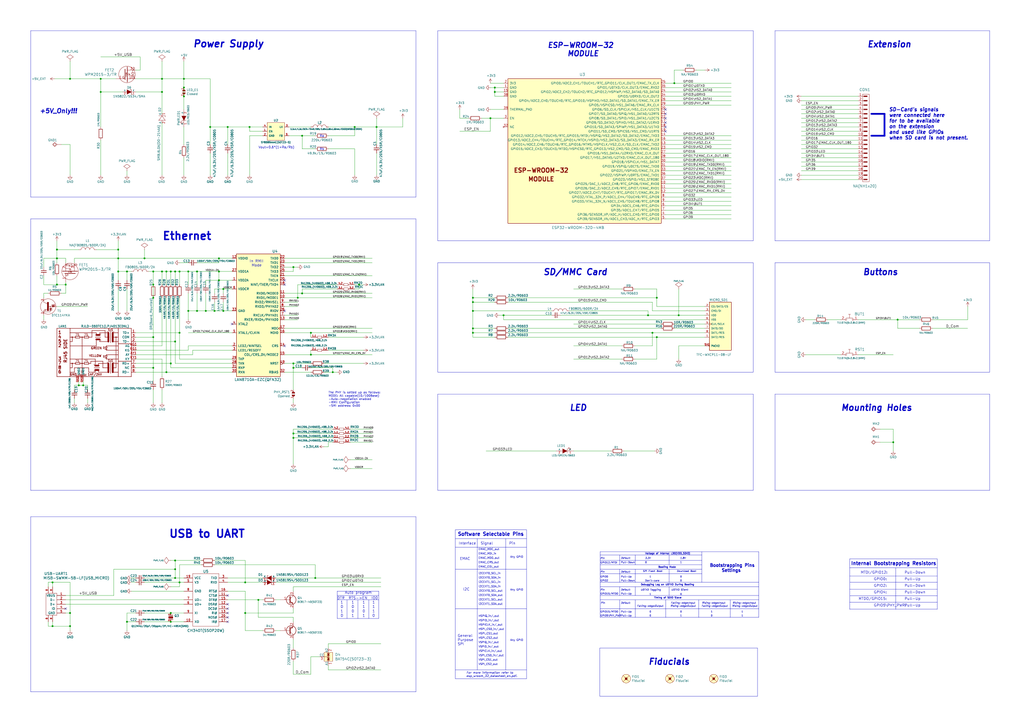
<source format=kicad_sch>
(kicad_sch (version 20230121) (generator eeschema)
  (paper "A2")
  (title_block (title "ESP32-GATEWAY") (date "2019-04-25") (rev "F") (company "OLIMEX LTD.") (comment 1 "https://www.olimex.com"))
  (junction (at 99.06 360.68))
  (junction (at 104.14 337.82))
  (junction (at 73.66 157.48))
  (junction (at 58.42 45.72))
  (junction (at 170.18 254))
  (junction (at 88.9 165.1))
  (junction (at 121.92 73.66))
  (junction (at 109.22 157.48))
  (junction (at 182.88 335.28))
  (junction (at 381 172.72))
  (junction (at 127 162.56))
  (junction (at 381 195.58))
  (junction (at 101.6 198.12))
  (junction (at 127 157.48))
  (junction (at 88.9 157.48))
  (junction (at 180.34 193.04))
  (junction (at 48.26 223.52))
  (junction (at 99.06 157.48))
  (junction (at 88.9 195.58))
  (junction (at 101.6 330.2))
  (junction (at 104.14 157.48))
  (junction (at 101.6 157.48))
  (junction (at 172.72 172.72))
  (junction (at 106.68 45.72))
  (junction (at 274.32 193.04))
  (junction (at 33.02 144.78))
  (junction (at 170.18 154.94))
  (junction (at 68.58 144.78))
  (junction (at 93.98 157.48))
  (junction (at 101.6 335.28))
  (junction (at 175.26 78.74))
  (junction (at 129.54 167.64))
  (junction (at 124.46 180.34))
  (junction (at 218.44 73.66))
  (junction (at 88.9 213.36))
  (junction (at 287.02 53.34))
  (junction (at 378.46 193.04))
  (junction (at 208.28 165.1))
  (junction (at 104.14 193.04))
  (junction (at 114.3 157.48))
  (junction (at 274.32 180.34))
  (junction (at 287.02 50.8))
  (junction (at 132.08 73.66))
  (junction (at 109.22 180.34))
  (junction (at 30.48 363.22))
  (junction (at 274.32 172.72))
  (junction (at 114.3 180.34))
  (junction (at 284.48 68.58))
  (junction (at 88.9 172.72))
  (junction (at 292.1 182.88))
  (junction (at 142.24 337.82))
  (junction (at 38.1 165.1))
  (junction (at 33.02 149.86))
  (junction (at 93.98 45.72))
  (junction (at 33.02 165.1))
  (junction (at 68.58 157.48))
  (junction (at 391.16 48.26))
  (junction (at 30.48 337.82))
  (junction (at 40.64 363.22))
  (junction (at 106.68 55.88))
  (junction (at 170.18 213.36))
  (junction (at 127 149.86))
  (junction (at 93.98 53.34))
  (junction (at 170.18 210.82))
  (junction (at 180.34 205.74))
  (junction (at 193.04 215.9))
  (junction (at 58.42 53.34))
  (junction (at 101.6 325.12))
  (junction (at 96.52 215.9))
  (junction (at 106.68 50.8))
  (junction (at 129.54 180.34))
  (junction (at 170.18 251.46))
  (junction (at 45.72 223.52))
  (junction (at 274.32 190.5))
  (junction (at 68.58 149.86))
  (junction (at 520.7 185.42))
  (junction (at 142.24 355.6))
  (junction (at 119.38 180.34))
  (junction (at 274.32 175.26))
  (junction (at 83.82 149.86))
  (junction (at 518.16 256.54))
  (junction (at 96.52 157.48))
  (junction (at 205.74 73.66))
  (junction (at 175.26 170.18))
  (junction (at 40.64 45.72))
  (junction (at 73.66 360.68))
  (junction (at 40.64 355.6))
  (junction (at 99.06 210.82))
  (junction (at 393.7 182.88))
  (junction (at 149.86 347.98))
  (junction (at 375.92 182.88))
  (junction (at 99.06 355.6))
  (junction (at 144.78 73.66))
  (no_connect (at 386.08 63.5))
  (no_connect (at 386.08 68.58))
  (no_connect (at 165.1 162.56))
  (no_connect (at 132.08 353.06))
  (no_connect (at 165.1 200.66))
  (no_connect (at 132.08 350.52))
  (no_connect (at 38.1 353.06))
  (no_connect (at 132.08 360.68))
  (no_connect (at 165.1 180.34))
  (no_connect (at 165.1 165.1))
  (no_connect (at 134.62 187.96))
  (no_connect (at 132.08 355.6))
  (no_connect (at 386.08 66.04))
  (no_connect (at 132.08 345.44))
  (no_connect (at 132.08 358.14))
  (no_connect (at 386.08 76.2))
  (no_connect (at 386.08 71.12))
  (no_connect (at 386.08 73.66))
  (wire (pts (xy 96.52 215.9) (xy 134.62 215.9)))
  (wire (pts (xy 393.7 200.66) (xy 408.94 200.66)))
  (polyline (pts (xy 348.107 320.04) (xy 348.107 358.14)))
  (wire (pts (xy 96.52 172.72) (xy 96.52 215.9)))
  (wire (pts (xy 78.74 355.6) (xy 73.66 355.6)))
  (wire (pts (xy 149.86 347.98) (xy 152.4 347.98)))
  (wire (pts (xy 101.6 330.2) (xy 101.6 335.28)))
  (wire (pts (xy 205.74 101.6) (xy 205.74 86.36)))
  (wire (pts (xy 43.18 226.06) (xy 43.18 223.52)))
  (wire (pts (xy 386.08 78.74) (xy 424.18 78.74)))
  (wire (pts (xy 510.54 248.92) (xy 518.16 248.92)))
  (wire (pts (xy 58.42 45.72) (xy 58.42 53.34)))
  (wire (pts (xy 93.98 101.6) (xy 93.98 71.12)))
  (wire (pts (xy 287.02 172.72) (xy 274.32 172.72)))
  (wire (pts (xy 408.94 177.8) (xy 381 177.8)))
  (polyline (pts (xy 449.58 284.48) (xy 449.58 228.6)))
  (wire (pts (xy 497.84 93.98) (xy 464.82 93.98)))
  (polyline (pts (xy 407.162 337.82) (xy 407.162 320.04)))
  (wire (pts (xy 73.66 101.6) (xy 73.66 99.06)))
  (wire (pts (xy 170.18 353.06) (xy 170.18 355.6)))
  (wire (pts (xy 391.16 190.5) (xy 408.94 190.5)))
  (wire (pts (xy 106.68 50.8) (xy 106.68 55.88)))
  (wire (pts (xy 160.02 337.82) (xy 220.98 337.82)))
  (wire (pts (xy 83.82 149.86) (xy 127 149.86)))
  (wire (pts (xy 497.84 81.28) (xy 464.82 81.28)))
  (wire (pts (xy 124.46 327.66) (xy 182.88 327.66)))
  (wire (pts (xy 144.78 73.66) (xy 152.4 73.66)))
  (wire (pts (xy 386.08 60.96) (xy 424.18 60.96)))
  (wire (pts (xy 182.88 327.66) (xy 182.88 335.28)))
  (wire (pts (xy 93.98 35.56) (xy 93.98 45.72)))
  (wire (pts (xy 109.22 152.4) (xy 104.14 152.4)))
  (wire (pts (xy 38.1 149.86) (xy 33.02 149.86)))
  (wire (pts (xy 175.26 78.74) (xy 175.26 86.36)))
  (wire (pts (xy 132.08 335.28) (xy 152.4 335.28)))
  (wire (pts (xy 88.9 172.72) (xy 88.9 195.58)))
  (wire (pts (xy 408.94 185.42) (xy 292.1 185.42)))
  (wire (pts (xy 88.9 213.36) (xy 88.9 220.98)))
  (wire (pts (xy 78.74 337.82) (xy 76.2 337.82)))
  (wire (pts (xy 170.18 154.94) (xy 172.72 154.94)))
  (wire (pts (xy 68.58 157.48) (xy 68.58 162.56)))
  (wire (pts (xy 386.08 104.14) (xy 424.18 104.14)))
  (wire (pts (xy 30.48 363.22) (xy 40.64 363.22)))
  (wire (pts (xy 170.18 213.36) (xy 175.26 213.36)))
  (wire (pts (xy 106.68 45.72) (xy 121.92 45.72)))
  (wire (pts (xy 106.68 35.56) (xy 106.68 45.72)))
  (wire (pts (xy 106.68 55.88) (xy 106.68 63.5)))
  (wire (pts (xy 68.58 167.64) (xy 68.58 180.34)))
  (wire (pts (xy 86.36 157.48) (xy 88.9 157.48)))
  (wire (pts (xy 497.84 73.66) (xy 464.82 73.66)))
  (wire (pts (xy 170.18 383.54) (xy 170.18 391.16)))
  (wire (pts (xy 93.98 165.1) (xy 93.98 157.48)))
  (wire (pts (xy 378.46 175.26) (xy 378.46 180.34)))
  (wire (pts (xy 83.82 144.78) (xy 83.82 149.86)))
  (wire (pts (xy 43.18 231.14) (xy 43.18 233.68)))
  (wire (pts (xy 480.06 185.42) (xy 487.68 185.42)))
  (wire (pts (xy 68.58 144.78) (xy 68.58 149.86)))
  (polyline (pts (xy 305.435 307.34) (xy 305.435 393.7)))
  (wire (pts (xy 386.08 106.68) (xy 424.18 106.68)))
  (wire (pts (xy 101.6 172.72) (xy 101.6 198.12)))
  (wire (pts (xy 104.14 172.72) (xy 104.14 193.04)))
  (wire (pts (xy 78.74 360.68) (xy 73.66 360.68)))
  (wire (pts (xy 386.08 121.92) (xy 424.18 121.92)))
  (wire (pts (xy 165.1 210.82) (xy 170.18 210.82)))
  (polyline (pts (xy 359.537 321.945) (xy 359.537 327.66)))
  (polyline (pts (xy 519.557 329.311) (xy 519.557 353.441)))
  (wire (pts (xy 193.04 251.46) (xy 170.18 251.46)))
  (polyline (pts (xy 241.3 17.78) (xy 241.3 114.3)))
  (wire (pts (xy 45.72 223.52) (xy 48.26 223.52)))
  (polyline (pts (xy 264.16 312.42) (xy 305.435 312.42)))
  (polyline (pts (xy 440.182 358.14) (xy 440.182 320.04)))
  (wire (pts (xy 114.3 157.48) (xy 127 157.48)))
  (wire (pts (xy 165.1 157.48) (xy 170.18 157.48)))
  (wire (pts (xy 127 157.48) (xy 134.62 157.48)))
  (polyline (pts (xy 388.112 345.44) (xy 388.112 340.36)))
  (wire (pts (xy 284.48 50.8) (xy 287.02 50.8)))
  (wire (pts (xy 40.64 101.6) (xy 40.64 83.82)))
  (wire (pts (xy 38.1 345.44) (xy 66.04 345.44)))
  (polyline (pts (xy 359.537 330.2) (xy 359.537 337.82)))
  (wire (pts (xy 386.08 124.46) (xy 424.18 124.46)))
  (polyline (pts (xy 436.88 284.48) (xy 254 284.48)))
  (wire (pts (xy 48.26 220.98) (xy 48.26 223.52)))
  (wire (pts (xy 195.58 165.1) (xy 172.72 165.1)))
  (polyline (pts (xy 574.04 284.48) (xy 574.04 228.6)))
  (wire (pts (xy 71.12 53.34) (xy 58.42 53.34)))
  (polyline (pts (xy 254 17.78) (xy 254 139.7)))
  (wire (pts (xy 375.92 180.34) (xy 375.92 182.88)))
  (polyline (pts (xy 493.141 337.693) (xy 543.687 337.693)))
  (wire (pts (xy 190.5 373.38) (xy 190.5 375.92)))
  (wire (pts (xy 119.38 162.56) (xy 119.38 165.1)))
  (wire (pts (xy 66.04 345.44) (xy 66.04 330.2)))
  (polyline (pts (xy 368.427 330.2) (xy 368.427 337.82)))
  (wire (pts (xy 88.9 157.48) (xy 93.98 157.48)))
  (wire (pts (xy 25.4 165.1) (xy 33.02 165.1)))
  (polyline (pts (xy 574.04 17.78) (xy 449.58 17.78)))
  (wire (pts (xy 165.1 170.18) (xy 175.26 170.18)))
  (wire (pts (xy 43.18 223.52) (xy 45.72 223.52)))
  (wire (pts (xy 218.44 68.58) (xy 218.44 73.66)))
  (wire (pts (xy 144.78 76.2) (xy 144.78 73.66)))
  (wire (pts (xy 104.14 165.1) (xy 104.14 157.48)))
  (wire (pts (xy 360.68 208.28) (xy 332.74 208.28)))
  (wire (pts (xy 205.74 86.36) (xy 190.5 86.36)))
  (polyline (pts (xy 492.887 324.231) (xy 543.687 324.231)))
  (wire (pts (xy 218.44 88.9) (xy 218.44 101.6)))
  (wire (pts (xy 386.08 111.76) (xy 424.18 111.76)))
  (wire (pts (xy 210.82 210.82) (xy 187.96 210.82)))
  (wire (pts (xy 99.06 325.12) (xy 101.6 325.12)))
  (wire (pts (xy 25.4 160.02) (xy 25.4 165.1)))
  (wire (pts (xy 25.4 185.42) (xy 25.4 182.88)))
  (wire (pts (xy 40.64 355.6) (xy 40.64 363.22)))
  (wire (pts (xy 172.72 165.1) (xy 172.72 172.72)))
  (wire (pts (xy 190.5 256.54) (xy 193.04 256.54)))
  (polyline (pts (xy 348.107 332.74) (xy 407.162 332.74)))
  (polyline (pts (xy 347.98 403.86) (xy 439.42 403.86)))
  (polyline (pts (xy 449.58 139.7) (xy 574.04 139.7)))
  (wire (pts (xy 40.64 45.72) (xy 58.42 45.72)))
  (wire (pts (xy 180.34 203.2) (xy 180.34 205.74)))
  (wire (pts (xy 40.64 337.82) (xy 40.64 355.6)))
  (polyline (pts (xy 449.58 152.4) (xy 449.58 215.9)))
  (wire (pts (xy 38.1 165.1) (xy 38.1 170.18)))
  (wire (pts (xy 78.74 45.72) (xy 93.98 45.72)))
  (wire (pts (xy 81.28 33.02) (xy 58.42 33.02)))
  (wire (pts (xy 386.08 109.22) (xy 424.18 109.22)))
  (wire (pts (xy 203.2 248.92) (xy 215.9 248.92)))
  (wire (pts (xy 68.58 149.86) (xy 68.58 157.48)))
  (wire (pts (xy 170.18 340.36) (xy 220.98 340.36)))
  (wire (pts (xy 294.64 193.04) (xy 378.46 193.04)))
  (wire (pts (xy 383.54 187.96) (xy 332.74 187.96)))
  (wire (pts (xy 274.32 195.58) (xy 287.02 195.58)))
  (wire (pts (xy 520.7 185.42) (xy 533.4 185.42)))
  (wire (pts (xy 533.4 190.5) (xy 520.7 190.5)))
  (wire (pts (xy 114.3 170.18) (xy 114.3 180.34)))
  (wire (pts (xy 165.1 154.94) (xy 170.18 154.94)))
  (wire (pts (xy 330.2 180.34) (xy 375.92 180.34)))
  (wire (pts (xy 104.14 337.82) (xy 106.68 337.82)))
  (wire (pts (xy 170.18 370.84) (xy 170.18 375.92)))
  (wire (pts (xy 50.8 223.52) (xy 50.8 226.06)))
  (wire (pts (xy 322.58 261.62) (xy 281.94 261.62)))
  (polyline (pts (xy 254 284.48) (xy 254 228.6)))
  (wire (pts (xy 152.4 78.74) (xy 144.78 78.74)))
  (wire (pts (xy 43.18 152.4) (xy 43.18 149.86)))
  (wire (pts (xy 497.84 66.04) (xy 464.82 66.04)))
  (polyline (pts (xy 348.107 325.12) (xy 407.162 325.12)))
  (polyline (pts (xy 195.58 345.44) (xy 219.71 345.44)))
  (wire (pts (xy 160.02 335.28) (xy 182.88 335.28)))
  (wire (pts (xy 93.98 53.34) (xy 93.98 66.04)))
  (polyline (pts (xy 254 215.9) (xy 436.88 215.9)))
  (polyline (pts (xy 449.58 284.48) (xy 574.04 284.48)))
  (wire (pts (xy 205.74 167.64) (xy 208.28 167.64)))
  (wire (pts (xy 73.66 157.48) (xy 76.2 157.48)))
  (wire (pts (xy 88.9 195.58) (xy 78.74 195.58)))
  (polyline (pts (xy 17.78 284.48) (xy 241.3 284.48)))
  (wire (pts (xy 104.14 208.28) (xy 134.62 208.28)))
  (wire (pts (xy 48.26 223.52) (xy 50.8 223.52)))
  (polyline (pts (xy 505.46 66.04) (xy 513.08 66.04)) (stroke (width 1.016) (type solid)))
  (wire (pts (xy 165.1 160.02) (xy 215.9 160.02)))
  (wire (pts (xy 127 162.56) (xy 134.62 162.56)))
  (wire (pts (xy 172.72 172.72) (xy 215.9 172.72)))
  (polyline (pts (xy 17.78 299.72) (xy 17.78 401.32)))
  (polyline (pts (xy 543.687 324.231) (xy 543.687 353.441)))
  (wire (pts (xy 27.94 340.36) (xy 27.94 337.82)))
  (wire (pts (xy 38.1 163.83) (xy 38.1 165.1)))
  (wire (pts (xy 68.58 157.48) (xy 73.66 157.48)))
  (wire (pts (xy 58.42 101.6) (xy 58.42 81.28)))
  (polyline (pts (xy 368.427 321.945) (xy 368.427 327.66)))
  (wire (pts (xy 132.08 347.98) (xy 149.86 347.98)))
  (polyline (pts (xy 17.78 401.32) (xy 241.3 401.32)))
  (wire (pts (xy 195.58 167.64) (xy 175.26 167.64)))
  (wire (pts (xy 132.08 342.9) (xy 142.24 342.9)))
  (wire (pts (xy 124.46 325.12) (xy 142.24 325.12)))
  (polyline (pts (xy 264.16 330.2) (xy 305.435 330.2)))
  (wire (pts (xy 497.84 99.06) (xy 464.82 99.06)))
  (polyline (pts (xy 574.04 215.9) (xy 574.04 152.4)))
  (wire (pts (xy 101.6 335.28) (xy 106.68 335.28)))
  (wire (pts (xy 386.08 81.28) (xy 424.18 81.28)))
  (polyline (pts (xy 368.427 347.98) (xy 368.427 358.14)))
  (wire (pts (xy 114.3 152.4) (xy 127 152.4)))
  (wire (pts (xy 175.26 167.64) (xy 175.26 170.18)))
  (wire (pts (xy 190.5 73.66) (xy 205.74 73.66)))
  (wire (pts (xy 106.68 73.66) (xy 106.68 83.82)))
  (wire (pts (xy 396.24 40.64) (xy 391.16 40.64)))
  (wire (pts (xy 386.08 93.98) (xy 424.18 93.98)))
  (wire (pts (xy 27.94 337.82) (xy 30.48 337.82)))
  (wire (pts (xy 165.1 175.26) (xy 172.72 175.26)))
  (wire (pts (xy 274.32 167.64) (xy 274.32 172.72)))
  (wire (pts (xy 360.68 167.64) (xy 332.74 167.64)))
  (polyline (pts (xy 388.112 330.2) (xy 388.112 337.82)))
  (wire (pts (xy 30.48 337.82) (xy 40.64 337.82)))
  (wire (pts (xy 127 152.4) (xy 127 149.86)))
  (wire (pts (xy 180.34 195.58) (xy 180.34 193.04)))
  (wire (pts (xy 88.9 226.06) (xy 88.9 233.68)))
  (wire (pts (xy 109.22 157.48) (xy 114.3 157.48)))
  (wire (pts (xy 132.08 337.82) (xy 142.24 337.82)))
  (wire (pts (xy 93.98 45.72) (xy 106.68 45.72)))
  (wire (pts (xy 203.2 256.54) (xy 215.9 256.54)))
  (wire (pts (xy 180.34 215.9) (xy 165.1 215.9)))
  (polyline (pts (xy 17.78 299.72) (xy 241.3 299.72)))
  (wire (pts (xy 180.34 205.74) (xy 215.9 205.74)))
  (polyline (pts (xy 574.04 152.4) (xy 449.58 152.4)))
  (wire (pts (xy 45.72 144.78) (xy 33.02 144.78)))
  (wire (pts (xy 464.82 88.9) (xy 497.84 88.9)))
  (wire (pts (xy 93.98 45.72) (xy 93.98 53.34)))
  (wire (pts (xy 205.74 165.1) (xy 208.28 165.1)))
  (wire (pts (xy 142.24 337.82) (xy 152.4 337.82)))
  (wire (pts (xy 381 208.28) (xy 368.3 208.28)))
  (wire (pts (xy 361.95 261.62) (xy 379.73 261.62)))
  (wire (pts (xy 81.28 40.64) (xy 78.74 40.64)))
  (wire (pts (xy 73.66 355.6) (xy 73.66 360.68)))
  (wire (pts (xy 386.08 53.34) (xy 424.18 53.34)))
  (wire (pts (xy 31.75 45.72) (xy 40.64 45.72)))
  (wire (pts (xy 170.18 248.92) (xy 170.18 251.46)))
  (polyline (pts (xy 492.887 341.757) (xy 543.687 341.757)))
  (wire (pts (xy 88.9 172.72) (xy 88.9 165.1)))
  (polyline (pts (xy 219.71 358.775) (xy 195.58 358.775)))
  (wire (pts (xy 497.84 76.2) (xy 464.82 76.2)))
  (wire (pts (xy 497.84 71.12) (xy 464.82 71.12)))
  (wire (pts (xy 287.02 50.8) (xy 287.02 53.34)))
  (wire (pts (xy 25.4 170.18) (xy 25.4 172.72)))
  (polyline (pts (xy 264.16 307.34) (xy 305.435 307.34)))
  (wire (pts (xy 167.64 73.66) (xy 180.34 73.66)))
  (wire (pts (xy 101.6 325.12) (xy 101.6 330.2)))
  (wire (pts (xy 40.64 83.82) (xy 35.56 83.82)))
  (polyline (pts (xy 348.107 327.66) (xy 407.162 327.66)))
  (wire (pts (xy 170.18 355.6) (xy 142.24 355.6)))
  (polyline (pts (xy 348.107 347.98) (xy 440.182 347.98)))
  (wire (pts (xy 180.34 213.36) (xy 193.04 213.36)))
  (polyline (pts (xy 405.257 347.98) (xy 405.257 358.14)))
  (polyline (pts (xy 254 152.4) (xy 254 215.9)))
  (wire (pts (xy 101.6 198.12) (xy 78.74 198.12)))
  (wire (pts (xy 497.84 60.96) (xy 464.82 60.96)))
  (wire (pts (xy 386.08 99.06) (xy 424.18 99.06)))
  (wire (pts (xy 58.42 53.34) (xy 58.42 73.66)))
  (polyline (pts (xy 449.58 17.78) (xy 449.58 139.7)))
  (wire (pts (xy 175.26 78.74) (xy 182.88 78.74)))
  (wire (pts (xy 284.48 48.26) (xy 292.1 48.26)))
  (wire (pts (xy 99.06 340.36) (xy 104.14 340.36)))
  (polyline (pts (xy 386.207 347.98) (xy 386.207 358.14)))
  (wire (pts (xy 386.08 58.42) (xy 424.18 58.42)))
  (wire (pts (xy 66.04 330.2) (xy 101.6 330.2)))
  (wire (pts (xy 78.74 335.28) (xy 76.2 335.28)))
  (wire (pts (xy 287.02 193.04) (xy 274.32 193.04)))
  (wire (pts (xy 175.26 170.18) (xy 215.9 170.18)))
  (wire (pts (xy 121.92 73.66) (xy 121.92 83.82)))
  (wire (pts (xy 180.34 391.16) (xy 180.34 381)))
  (wire (pts (xy 274.32 172.72) (xy 274.32 175.26)))
  (wire (pts (xy 109.22 200.66) (xy 109.22 203.2)))
  (wire (pts (xy 381 167.64) (xy 368.3 167.64)))
  (wire (pts (xy 203.2 251.46) (xy 215.9 251.46)))
  (wire (pts (xy 274.32 190.5) (xy 287.02 190.5)))
  (wire (pts (xy 274.32 190.5) (xy 274.32 193.04)))
  (wire (pts (xy 193.04 213.36) (xy 193.04 215.9)))
  (polyline (pts (xy 492.887 329.311) (xy 543.687 329.311)))
  (polyline (pts (xy 513.08 66.04) (xy 513.08 78.74)) (stroke (width 1.016) (type solid)))
  (wire (pts (xy 386.08 88.9) (xy 424.18 88.9)))
  (wire (pts (xy 93.98 157.48) (xy 96.52 157.48)))
  (wire (pts (xy 208.28 165.1) (xy 210.82 165.1)))
  (wire (pts (xy 274.32 180.34) (xy 274.32 190.5)))
  (wire (pts (xy 165.1 193.04) (xy 180.34 193.04)))
  (wire (pts (xy 408.94 187.96) (xy 391.16 187.96)))
  (wire (pts (xy 354.33 261.62) (xy 332.74 261.62)))
  (wire (pts (xy 96.52 165.1) (xy 96.52 157.48)))
  (wire (pts (xy 284.48 68.58) (xy 292.1 68.58)))
  (wire (pts (xy 378.46 193.04) (xy 408.94 193.04)))
  (polyline (pts (xy 17.78 17.78) (xy 17.78 114.3)))
  (wire (pts (xy 45.72 220.98) (xy 45.72 223.52)))
  (wire (pts (xy 111.76 205.74) (xy 78.74 205.74)))
  (wire (pts (xy 68.58 149.86) (xy 83.82 149.86)))
  (wire (pts (xy 287.02 53.34) (xy 287.02 55.88)))
  (wire (pts (xy 165.1 185.42) (xy 172.72 185.42)))
  (wire (pts (xy 497.84 68.58) (xy 464.82 68.58)))
  (polyline (pts (xy 436.88 17.78) (xy 436.88 139.7)))
  (wire (pts (xy 208.28 167.64) (xy 208.28 165.1)))
  (wire (pts (xy 518.16 205.74) (xy 497.84 205.74)))
  (wire (pts (xy 386.08 114.3) (xy 424.18 114.3)))
  (wire (pts (xy 33.02 139.7) (xy 33.02 144.78)))
  (wire (pts (xy 424.18 86.36) (xy 386.08 86.36)))
  (wire (pts (xy 467.36 185.42) (xy 472.44 185.42)))
  (wire (pts (xy 88.9 195.58) (xy 88.9 213.36)))
  (wire (pts (xy 101.6 165.1) (xy 101.6 157.48)))
  (wire (pts (xy 218.44 73.66) (xy 233.68 73.66)))
  (wire (pts (xy 109.22 180.34) (xy 109.22 185.42)))
  (wire (pts (xy 165.1 190.5) (xy 215.9 190.5)))
  (wire (pts (xy 386.08 50.8) (xy 424.18 50.8)))
  (wire (pts (xy 541.02 190.5) (xy 561.34 190.5)))
  (wire (pts (xy 182.88 335.28) (xy 220.98 335.28)))
  (wire (pts (xy 284.48 76.2) (xy 266.7 76.2)))
  (polyline (pts (xy 439.42 403.86) (xy 439.42 375.92)))
  (polyline (pts (xy 436.88 215.9) (xy 436.88 152.4)))
  (wire (pts (xy 33.02 160.02) (xy 33.02 165.1)))
  (wire (pts (xy 152.4 76.2) (xy 144.78 76.2)))
  (wire (pts (xy 142.24 365.76) (xy 152.4 365.76)))
  (polyline (pts (xy 347.98 403.86) (xy 347.98 375.92)))
  (wire (pts (xy 190.5 386.08) (xy 190.5 388.62)))
  (wire (pts (xy 101.6 157.48) (xy 104.14 157.48)))
  (wire (pts (xy 124.46 167.64) (xy 124.46 170.18)))
  (wire (pts (xy 27.94 170.18) (xy 25.4 170.18)))
  (polyline (pts (xy 493.141 345.567) (xy 543.687 345.567)))
  (wire (pts (xy 58.42 45.72) (xy 67.31 45.72)))
  (wire (pts (xy 378.46 193.04) (xy 378.46 200.66)))
  (polyline (pts (xy 359.537 340.36) (xy 359.537 345.44)))
  (wire (pts (xy 93.98 218.44) (xy 93.98 208.28)))
  (polyline (pts (xy 17.78 17.78) (xy 241.3 17.78)))
  (wire (pts (xy 541.02 185.42) (xy 561.34 185.42)))
  (wire (pts (xy 93.98 226.06) (xy 93.98 233.68)))
  (wire (pts (xy 292.1 63.5) (xy 284.48 63.5)))
  (wire (pts (xy 132.08 73.66) (xy 132.08 83.82)))
  (wire (pts (xy 109.22 203.2) (xy 78.74 203.2)))
  (wire (pts (xy 218.44 73.66) (xy 218.44 83.82)))
  (polyline (pts (xy 348.107 330.2) (xy 407.162 330.2)))
  (wire (pts (xy 266.7 63.5) (xy 266.7 68.58)))
  (wire (pts (xy 497.84 96.52) (xy 464.82 96.52)))
  (wire (pts (xy 274.32 175.26) (xy 274.32 180.34)))
  (wire (pts (xy 497.84 63.5) (xy 464.82 63.5)))
  (wire (pts (xy 210.82 203.2) (xy 190.5 203.2)))
  (wire (pts (xy 109.22 165.1) (xy 109.22 157.48)))
  (wire (pts (xy 381 172.72) (xy 381 167.64)))
  (wire (pts (xy 109.22 180.34) (xy 114.3 180.34)))
  (wire (pts (xy 83.82 335.28) (xy 101.6 335.28)))
  (wire (pts (xy 205.74 73.66) (xy 218.44 73.66)))
  (wire (pts (xy 99.06 355.6) (xy 106.68 355.6)))
  (wire (pts (xy 386.08 55.88) (xy 424.18 55.88)))
  (polyline (pts (xy 449.58 228.6) (xy 574.04 228.6)))
  (wire (pts (xy 124.46 180.34) (xy 129.54 180.34)))
  (wire (pts (xy 38.1 347.98) (xy 106.68 347.98)))
  (wire (pts (xy 134.62 203.2) (xy 111.76 203.2)))
  (wire (pts (xy 33.02 165.1) (xy 38.1 165.1)))
  (wire (pts (xy 73.66 162.56) (xy 73.66 157.48)))
  (wire (pts (xy 99.06 210.82) (xy 99.06 213.36)))
  (polyline (pts (xy 264.16 353.06) (xy 305.435 353.06)))
  (wire (pts (xy 190.5 78.74) (xy 205.74 78.74)))
  (wire (pts (xy 119.38 170.18) (xy 119.38 180.34)))
  (polyline (pts (xy 219.71 342.9) (xy 195.58 342.9)))
  (wire (pts (xy 190.5 373.38) (xy 220.98 373.38)))
  (wire (pts (xy 43.18 149.86) (xy 68.58 149.86)))
  (polyline (pts (xy 17.78 127) (xy 17.78 284.48)))
  (wire (pts (xy 55.88 144.78) (xy 68.58 144.78)))
  (wire (pts (xy 127 149.86) (xy 134.62 149.86)))
  (polyline (pts (xy 347.98 375.92) (xy 439.42 375.92)))
  (wire (pts (xy 99.06 172.72) (xy 99.06 210.82)))
  (wire (pts (xy 294.64 195.58) (xy 381 195.58)))
  (wire (pts (xy 104.14 193.04) (xy 104.14 208.28)))
  (wire (pts (xy 73.66 360.68) (xy 73.66 365.76)))
  (wire (pts (xy 99.06 165.1) (xy 99.06 157.48)))
  (wire (pts (xy 119.38 180.34) (xy 124.46 180.34)))
  (wire (pts (xy 106.68 45.72) (xy 106.68 50.8)))
  (wire (pts (xy 68.58 139.7) (xy 68.58 144.78)))
  (wire (pts (xy 193.04 215.9) (xy 195.58 215.9)))
  (wire (pts (xy 170.18 391.16) (xy 180.34 391.16)))
  (wire (pts (xy 284.48 68.58) (xy 284.48 76.2)))
  (wire (pts (xy 518.16 256.54) (xy 518.16 261.62)))
  (wire (pts (xy 170.18 358.14) (xy 149.86 358.14)))
  (wire (pts (xy 203.2 254) (xy 215.9 254)))
  (wire (pts (xy 121.92 45.72) (xy 121.92 73.66)))
  (wire (pts (xy 203.2 266.7) (xy 215.9 266.7)))
  (polyline (pts (xy 219.71 342.9) (xy 219.71 358.775)))
  (wire (pts (xy 121.92 88.9) (xy 121.92 101.6)))
  (wire (pts (xy 386.08 127) (xy 424.18 127)))
  (polyline (pts (xy 359.537 347.98) (xy 359.537 358.14)))
  (wire (pts (xy 119.38 162.56) (xy 127 162.56)))
  (wire (pts (xy 33.02 149.86) (xy 33.02 152.4)))
  (wire (pts (xy 38.1 350.52) (xy 106.68 350.52)))
  (wire (pts (xy 266.7 68.58) (xy 271.78 68.58)))
  (wire (pts (xy 561.34 185.42) (xy 561.34 177.8)))
  (wire (pts (xy 40.64 355.6) (xy 38.1 355.6)))
  (wire (pts (xy 393.7 208.28) (xy 393.7 200.66)))
  (wire (pts (xy 170.18 254) (xy 170.18 269.24)))
  (wire (pts (xy 33.02 144.78) (xy 33.02 149.86)))
  (wire (pts (xy 180.34 381) (xy 185.42 381)))
  (polyline (pts (xy 492.887 349.377) (xy 543.687 349.377)))
  (wire (pts (xy 93.98 208.28) (xy 78.74 208.28)))
  (wire (pts (xy 99.06 157.48) (xy 101.6 157.48)))
  (wire (pts (xy 25.4 149.86) (xy 33.02 149.86)))
  (wire (pts (xy 292.1 185.42) (xy 292.1 182.88)))
  (wire (pts (xy 165.1 182.88) (xy 172.72 182.88)))
  (polyline (pts (xy 423.672 347.98) (xy 423.672 358.14)))
  (wire (pts (xy 129.54 180.34) (xy 134.62 180.34)))
  (wire (pts (xy 187.96 259.08) (xy 190.5 259.08)))
  (wire (pts (xy 381 172.72) (xy 294.64 172.72)))
  (wire (pts (xy 381 195.58) (xy 381 208.28)))
  (wire (pts (xy 510.54 256.54) (xy 518.16 256.54)))
  (wire (pts (xy 99.06 213.36) (xy 134.62 213.36)))
  (polyline (pts (xy 436.88 228.6) (xy 436.88 284.48)))
  (wire (pts (xy 274.32 175.26) (xy 287.02 175.26)))
  (polyline (pts (xy 348.107 340.36) (xy 440.182 340.36)))
  (polyline (pts (xy 492.887 334.137) (xy 543.687 334.137)))
  (wire (pts (xy 104.14 157.48) (xy 109.22 157.48)))
  (wire (pts (xy 165.1 205.74) (xy 180.34 205.74)))
  (wire (pts (xy 129.54 170.18) (xy 129.54 167.64)))
  (wire (pts (xy 30.48 340.36) (xy 30.48 337.82)))
  (polyline (pts (xy 241.3 401.32) (xy 241.3 299.72)))
  (polyline (pts (xy 264.16 388.62) (xy 305.435 388.62)))
  (polyline (pts (xy 492.887 324.231) (xy 492.887 353.441)))
  (wire (pts (xy 497.84 83.82) (xy 464.82 83.82)))
  (wire (pts (xy 497.84 58.42) (xy 464.82 58.42)))
  (wire (pts (xy 101.6 210.82) (xy 134.62 210.82)))
  (wire (pts (xy 40.64 35.56) (xy 40.64 45.72)))
  (wire (pts (xy 187.96 215.9) (xy 193.04 215.9)))
  (wire (pts (xy 149.86 358.14) (xy 149.86 347.98)))
  (wire (pts (xy 403.86 40.64) (xy 408.94 40.64)))
  (wire (pts (xy 50.8 231.14) (xy 50.8 233.68)))
  (wire (pts (xy 124.46 167.64) (xy 129.54 167.64)))
  (wire (pts (xy 170.18 342.9) (xy 170.18 340.36)))
  (wire (pts (xy 27.94 363.22) (xy 30.48 363.22)))
  (wire (pts (xy 38.1 170.18) (xy 35.56 170.18)))
  (wire (pts (xy 144.78 78.74) (xy 144.78 101.6)))
  (polyline (pts (xy 492.887 353.314) (xy 543.687 353.314)))
  (wire (pts (xy 116.84 327.66) (xy 104.14 327.66)))
  (wire (pts (xy 294.64 190.5) (xy 383.54 190.5)))
  (wire (pts (xy 142.24 342.9) (xy 142.24 355.6)))
  (polyline (pts (xy 305.435 393.7) (xy 264.16 393.7)))
  (wire (pts (xy 381 195.58) (xy 408.94 195.58)))
  (wire (pts (xy 132.08 73.66) (xy 144.78 73.66)))
  (wire (pts (xy 381 177.8) (xy 381 172.72)))
  (polyline (pts (xy 368.427 340.36) (xy 368.427 345.44)))
  (wire (pts (xy 114.3 165.1) (xy 114.3 157.48)))
  (wire (pts (xy 33.02 177.8) (xy 50.8 177.8)))
  (wire (pts (xy 497.84 101.6) (xy 464.82 101.6)))
  (wire (pts (xy 287.02 50.8) (xy 292.1 50.8)))
  (wire (pts (xy 386.08 96.52) (xy 424.18 96.52)))
  (wire (pts (xy 165.1 152.4) (xy 215.9 152.4)))
  (wire (pts (xy 88.9 165.1) (xy 88.9 157.48)))
  (wire (pts (xy 378.46 180.34) (xy 408.94 180.34)))
  (wire (pts (xy 142.24 355.6) (xy 142.24 365.76)))
  (wire (pts (xy 279.4 68.58) (xy 284.48 68.58)))
  (wire (pts (xy 134.62 200.66) (xy 109.22 200.66)))
  (polyline (pts (xy 213.995 347.98) (xy 213.995 358.775)))
  (wire (pts (xy 170.18 210.82) (xy 170.18 213.36)))
  (polyline (pts (xy 513.08 78.74) (xy 505.46 78.74)) (stroke (width 1.016) (type solid)))
  (wire (pts (xy 325.12 182.88) (xy 375.92 182.88)))
  (wire (pts (xy 83.82 355.6) (xy 99.06 355.6)))
  (polyline (pts (xy 348.107 345.44) (xy 440.182 345.44)))
  (wire (pts (xy 393.7 182.88) (xy 408.94 182.88)))
  (polyline (pts (xy 207.645 347.98) (xy 207.645 358.775)))
  (wire (pts (xy 193.04 254) (xy 170.18 254)))
  (wire (pts (xy 99.06 360.68) (xy 106.68 360.68)))
  (wire (pts (xy 193.04 248.92) (xy 170.18 248.92)))
  (wire (pts (xy 78.74 215.9) (xy 96.52 215.9)))
  (wire (pts (xy 180.34 193.04) (xy 215.9 193.04)))
  (polyline (pts (xy 254 228.6) (xy 436.88 228.6)))
  (wire (pts (xy 104.14 340.36) (xy 104.14 337.82)))
  (polyline (pts (xy 574.04 139.7) (xy 574.04 17.78)))
  (polyline (pts (xy 436.88 152.4) (xy 254 152.4)))
  (polyline (pts (xy 241.3 284.48) (xy 241.3 127)))
  (polyline (pts (xy 264.16 393.7) (xy 264.16 307.34)))
  (wire (pts (xy 99.06 210.82) (xy 78.74 210.82)))
  (wire (pts (xy 391.16 40.64) (xy 391.16 48.26)))
  (wire (pts (xy 360.68 200.66) (xy 332.74 200.66)))
  (polyline (pts (xy 264.16 317.5) (xy 305.435 317.5)))
  (wire (pts (xy 160.02 365.76) (xy 162.56 365.76)))
  (wire (pts (xy 121.92 73.66) (xy 132.08 73.66)))
  (polyline (pts (xy 348.107 353.06) (xy 440.182 353.06)))
  (wire (pts (xy 378.46 200.66) (xy 368.3 200.66)))
  (wire (pts (xy 93.98 200.66) (xy 93.98 172.72)))
  (wire (pts (xy 81.28 40.64) (xy 81.28 33.02)))
  (wire (pts (xy 203.2 271.78) (xy 215.9 271.78)))
  (wire (pts (xy 393.7 167.64) (xy 393.7 182.88)))
  (wire (pts (xy 391.16 48.26) (xy 424.18 48.26)))
  (polyline (pts (xy 195.58 347.98) (xy 219.71 347.98)))
  (wire (pts (xy 106.68 101.6) (xy 106.68 91.44)))
  (wire (pts (xy 129.54 167.64) (xy 134.62 167.64)))
  (wire (pts (xy 170.18 157.48) (xy 170.18 154.94)))
  (wire (pts (xy 464.82 86.36) (xy 497.84 86.36)))
  (wire (pts (xy 165.1 149.86) (xy 215.9 149.86)))
  (wire (pts (xy 170.18 251.46) (xy 170.18 254)))
  (polyline (pts (xy 293.37 312.42) (xy 293.37 388.62)))
  (wire (pts (xy 497.84 91.44) (xy 464.82 91.44)))
  (polyline (pts (xy 348.107 320.04) (xy 440.182 320.04)))
  (polyline (pts (xy 17.78 127) (xy 241.3 127)))
  (wire (pts (xy 104.14 327.66) (xy 104.14 337.82)))
  (wire (pts (xy 165.1 177.8) (xy 172.72 177.8)))
  (polyline (pts (xy 449.58 215.9) (xy 574.04 215.9)))
  (wire (pts (xy 170.18 233.68) (xy 170.18 231.14)))
  (wire (pts (xy 386.08 48.26) (xy 391.16 48.26)))
  (wire (pts (xy 129.54 180.34) (xy 129.54 175.26)))
  (polyline (pts (xy 254 139.7) (xy 436.88 139.7)))
  (wire (pts (xy 96.52 157.48) (xy 99.06 157.48)))
  (wire (pts (xy 292.1 53.34) (xy 287.02 53.34)))
  (wire (pts (xy 294.64 175.26) (xy 378.46 175.26)))
  (wire (pts (xy 104.14 193.04) (xy 78.74 193.04)))
  (polyline (pts (xy 17.78 114.3) (xy 241.3 114.3)))
  (wire (pts (xy 78.74 53.34) (xy 93.98 53.34)))
  (wire (pts (xy 170.18 360.68) (xy 170.18 358.14)))
  (wire (pts (xy 386.08 83.82) (xy 424.18 83.82)))
  (wire (pts (xy 274.32 180.34) (xy 320.04 180.34)))
  (wire (pts (xy 109.22 170.18) (xy 109.22 180.34)))
  (wire (pts (xy 76.2 342.9) (xy 106.68 342.9)))
  (wire (pts (xy 375.92 182.88) (xy 393.7 182.88)))
  (wire (pts (xy 274.32 193.04) (xy 274.32 195.58)))
  (wire (pts (xy 127 157.48) (xy 127 162.56)))
  (wire (pts (xy 78.74 200.66) (xy 93.98 200.66)))
  (wire (pts (xy 170.18 213.36) (xy 170.18 226.06)))
  (wire (pts (xy 101.6 325.12) (xy 116.84 325.12)))
  (wire (pts (xy 165.1 172.72) (xy 172.72 172.72)))
  (wire (pts (xy 27.94 360.68) (xy 27.94 363.22)))
  (polyline (pts (xy 195.58 342.9) (xy 195.58 358.775)))
  (wire (pts (xy 497.84 55.88) (xy 464.82 55.88)))
  (wire (pts (xy 170.18 210.82) (xy 180.34 210.82)))
  (wire (pts (xy 386.08 101.6) (xy 424.18 101.6)))
  (wire (pts (xy 114.3 180.34) (xy 119.38 180.34)))
  (wire (pts (xy 124.46 180.34) (xy 124.46 175.26)))
  (wire (pts (xy 175.26 86.36) (xy 182.88 86.36)))
  (wire (pts (xy 132.08 88.9) (xy 132.08 101.6)))
  (wire (pts (xy 233.68 73.66) (xy 233.68 68.58)))
  (polyline (pts (xy 348.107 337.82) (xy 440.182 337.82)))
  (wire (pts (xy 111.76 203.2) (xy 111.76 205.74)))
  (polyline (pts (xy 436.88 17.78) (xy 254 17.78)))
  (wire (pts (xy 467.36 205.74) (xy 487.68 205.74)))
  (wire (pts (xy 160.02 347.98) (xy 162.56 347.98)))
  (wire (pts (xy 88.9 213.36) (xy 78.74 213.36)))
  (wire (pts (xy 386.08 119.38) (xy 424.18 119.38)))
  (polyline (pts (xy 201.295 347.98) (xy 201.295 358.775)))
  (wire (pts (xy 38.1 152.4) (xy 38.1 149.86)))
  (wire (pts (xy 167.64 78.74) (xy 175.26 78.74)))
  (wire (pts (xy 134.62 193.04) (xy 109.22 193.04)))
  (wire (pts (xy 287.02 55.88) (xy 292.1 55.88)))
  (wire (pts (xy 101.6 198.12) (xy 101.6 210.82)))
  (wire (pts (xy 497.84 104.14) (xy 464.82 104.14)))
  (wire (pts (xy 40.64 363.22) (xy 40.64 365.76)))
  (wire (pts (xy 205.74 78.74) (xy 205.74 73.66)))
  (wire (pts (xy 520.7 190.5) (xy 520.7 185.42)))
  (wire (pts (xy 190.5 388.62) (xy 220.98 388.62)))
  (wire (pts (xy 497.84 185.42) (xy 520.7 185.42)))
  (wire (pts (xy 73.66 167.64) (xy 73.66 180.34)))
  (wire (pts (xy 386.08 116.84) (xy 424.18 116.84)))
  (wire (pts (xy 30.48 360.68) (xy 30.48 363.22)))
  (wire (pts (xy 386.08 91.44) (xy 424.18 91.44)))
  (wire (pts (xy 289.56 182.88) (xy 292.1 182.88)))
  (polyline (pts (xy 388.112 321.945) (xy 388.112 327.66)))
  (wire (pts (xy 210.82 195.58) (xy 190.5 195.58)))
  (wire (pts (xy 142.24 325.12) (xy 142.24 337.82)))
  (wire (pts (xy 497.84 78.74) (xy 464.82 78.74)))
  (polyline (pts (xy 348.107 321.945) (xy 407.162 321.945)))
  (wire (pts (xy 292.1 182.88) (xy 320.04 182.88)))
  (polyline (pts (xy 276.86 312.42) (xy 276.86 388.62)))
  (wire (pts (xy 83.82 337.82) (xy 104.14 337.82)))
  (wire (pts (xy 83.82 360.68) (xy 99.06 360.68)))
  (polyline (pts (xy 348.107 358.14) (xy 440.182 358.14)))
  (wire (pts (xy 518.16 248.92) (xy 518.16 256.54)))
  (wire (pts (xy 25.4 154.94) (xy 25.4 149.86)))
  (wire (pts (xy 190.5 259.08) (xy 190.5 256.54)))
  (text "1" (at 430.022 355.6 0) (effects (font (size 0.9906 0.9906)) (justify left bottom)))
  (text "Debugging Log on U0TXD During Booting" (at 371.602 339.852 0) (effects (font (size 0.9906 0.9906) (thickness 0.1981) bold) (justify left bottom)))
  (text "GPIO15/MTDO" (at 348.234 345.186 0) (effects (font (size 0.9906 0.9906)) (justify left bottom)))
  (text "1" (at 376.682 345.44 0) (effects (font (size 0.9906 0.9906)) (justify left bottom)))
  (text "MTDO/GPIO15:" (at 497.967 348.361 0) (effects (font (size 1.4986 1.4986)) (justify left bottom)))
  (text "SPI Flash Boot" (at 372.872 332.105 0) (effects (font (size 0.9906 0.9906) italic) (justify left bottom)))
  (text "Pin" (at 348.234 342.9 0) (effects (font (size 0.9906 0.9906) italic) (justify left bottom)))
  (text "I2CEXT1_SDA_out" (at 277.495 351.155 0) (effects (font (size 1.0922 1.0922)) (justify left bottom)))
  (text "VSPICLK_in/_out" (at 277.495 378.46 0) (effects (font (size 1.0922 1.0922)) (justify left bottom)))
  (text "Falling-edge:Output" (at 369.57 352.298 0) (effects (font (size 0.9906 0.9906) italic) (justify left bottom)))
  (text "VSPI_CS0_in/_out" (at 277.495 381 0) (effects (font (size 1.0922 1.0922)) (justify left bottom)))
  (text "0" (at 394.462 355.6 0) (effects (font (size 0.9906 0.9906)) (justify left bottom)))
  (text "SD-Card's signals \nwere connected here \nfor to be available \non the extension\nand used like GPIOs\nwhen SD card is not present." (at 515.62 81.28 0) (effects (font (size 2.032 2.032) (thickness 0.4064) bold italic) (justify left bottom)))
  (text "+5V_Only!!!" (at 22.86 66.04 0) (effects (font (size 2.54 2.54) (thickness 0.508) bold italic) (justify left bottom)))
  (text "Auto program\n" (at 200.025 344.805 0) (effects (font (size 1.524 1.524)) (justify left bottom)))
  (text "Pull-Up" (at 524.637 336.931 0) (effects (font (size 1.4986 1.4986)) (justify left bottom)))
  (text "1" (at 215.9 355.6 0) (effects (font (size 1.524 1.524)) (justify left bottom)))
  (text "Default" (at 360.172 350.52 0) (effects (font (size 0.9906 0.9906) italic) (justify left bottom)))
  (text "0" (at 210.185 355.6 0) (effects (font (size 1.524 1.524)) (justify left bottom)))
  (text "Buttons" (at 500.38 160.02 0) (effects (font (size 3.5052 3.5052) (thickness 0.701) bold italic) (justify left bottom)))
  (text "Pull-Down" (at 360.172 337.566 0) (effects (font (size 0.9906 0.9906)) (justify left bottom)))
  (text "HSPICLK_in/_out" (at 277.495 363.22 0) (effects (font (size 1.0922 1.0922)) (justify left bottom)))
  (text "GPIO0" (at 348.234 335.28 0) (effects (font (size 0.9906 0.9906)) (justify left bottom)))
  (text "EMAC_MDC_out" (at 277.495 319.405 0) (effects (font (size 1.0922 1.0922)) (justify left bottom)))
  (text "1" (at 210.185 350.52 0) (effects (font (size 1.524 1.524)) (justify left bottom)))
  (text "GPIO15/MTDO" (at 348.234 355.6 0) (effects (font (size 0.9906 0.9906)) (justify left bottom)))
  (text "0" (at 394.462 337.566 0) (effects (font (size 0.9906 0.9906)) (justify left bottom)))
  (text "1" (at 376.682 335.28 0) (effects (font (size 0.9906 0.9906)) (justify left bottom)))
  (text "Timing of SDIO Slave" (at 379.222 347.472 0) (effects (font (size 0.9906 0.9906) (thickness 0.1981) bold) (justify left bottom)))
  (text "HSPID_in/_out" (at 277.495 360.68 0) (effects (font (size 1.0922 1.0922)) (justify left bottom)))
  (text "The PHY is setted up as follows:\nMODE: All capable(10/100Base)\n-Auto-negotiation enabled\n-RMII Configuration\n-SMI address: 0x00" (at 190.5 236.22 0) (effects (font (size 1.1938 1.1938)) (justify left bottom)))
  (text "0" (at 374.142 327.025 0) (effects (font (size 0.9906 0.9906)) (justify left bottom)))
  (text "1" (at 412.242 355.6 0) (effects (font (size 0.9906 0.9906)) (justify left bottom)))
  (text "GPIO12/MTDI" (at 348.234 327.152 0) (effects (font (size 0.9906 0.9906)) (justify left bottom)))
  (text "Pull-Up" (at 360.172 335.28 0) (effects (font (size 0.9906 0.9906)) (justify left bottom)))
  (text "Rb" (at 185.42 87.376 0) (effects (font (size 1.2954 1.2954)) (justify left bottom)))
  (text "HSPI_CS2_out" (at 277.495 370.84 0) (effects (font (size 1.0922 1.0922)) (justify left bottom)))
  (text "Mounting Holes" (at 487.68 238.76 0) (effects (font (size 3.5052 3.5052) (thickness 0.701) bold italic) (justify left bottom)))
  (text "1" (at 210.185 358.14 0) (effects (font (size 1.524 1.524)) (justify left bottom)))
  (text "Voltage of Internal LDO(VDD_SDIO)" (at 374.142 321.818 0) (effects (font (size 0.9906 0.9906) (thickness 0.1981) bold) (justify left bottom)))
  (text "Download Boot" (at 392.557 332.105 0) (effects (font (size 0.9906 0.9906) italic) (justify left bottom)))
  (text "Signal" (at 278.765 316.23 0) (effects (font (size 1.4986 1.4986)) (justify left bottom)))
  (text "Internal Bootstrapping Resistors" (at 493.522 328.168 0) (effects (font (size 2.0066 2.0066) (thickness 0.4013) bold) (justify left bottom)))
  (text "1" (at 215.9 353.06 0) (effects (font (size 1.524 1.524)) (justify left bottom)))
  (text "GPIO4:" (at 506.857 344.551 0) (effects (font (size 1.4986 1.4986)) (justify left bottom)))
  (text "1" (at 197.485 350.52 0) (effects (font (size 1.524 1.524)) (justify left bottom)))
  (text "I2CEXT1_SCL_in" (at 277.495 338.455 0) (effects (font (size 1.0922 1.0922)) (justify left bottom)))
  (text "GPIO0:" (at 506.857 336.931 0) (effects (font (size 1.4986 1.4986)) (justify left bottom)))
  (text "I2CEXT1_SCL_out" (at 277.495 348.615 0) (effects (font (size 1.0922 1.0922)) (justify left bottom)))
  (text "Pull-Down" (at 524.637 344.551 0) (effects (font (size 1.4986 1.4986)) (justify left bottom)))
  (text "VSPIQ_in/_out" (at 277.495 373.38 0) (effects (font (size 1.0922 1.0922)) (justify left bottom)))
  (text "0" (at 412.242 357.886 0) (effects (font (size 0.9906 0.9906)) (justify left bottom)))
  (text "HSPI_CS0_in/_out" (at 277.495 365.76 0) (effects (font (size 1.0922 1.0922)) (justify left bottom)))
  (text "1.8V" (at 394.462 324.485 0) (effects (font (size 0.9906 0.9906) italic) (justify left bottom)))
  (text "Falling-edge:Output" (at 406.908 352.298 0) (effects (font (size 0.9906 0.9906) italic) (justify left bottom)))
  (text "Rising-edge:Output" (at 424.688 352.298 0) (effects (font (size 0.9906 0.9906) italic) (justify left bottom)))
  (text "LED" (at 330.2 238.76 0) (effects (font (size 3.5052 3.5052) (thickness 0.701) bold italic) (justify left bottom)))
  (text "SD/MMC Card" (at 314.96 160.02 0) (effects (font (size 3.5052 3.5052) (thickness 0.701) bold italic) (justify left bottom)))
  (text "Ethernet" (at 93.98 139.7 0) (effects (font (size 4.4958 4.4958) (thickness 0.8992) bold) (justify left bottom)))
  (text "I2C" (at 268.605 342.9 0) (effects (font (size 1.4986 1.4986)) (justify left bottom)))
  (text "EMAC_COL_out" (at 277.495 329.565 0) (effects (font (size 1.0922 1.0922)) (justify left bottom)))
  (text "VSPI_CS2_out" (at 277.495 386.08 0) (effects (font (size 1.0922 1.0922)) (justify left bottom)))
  (text "Power Supply" (at 111.76 27.94 0) (effects (font (size 3.9878 3.9878) (thickness 0.7976) bold italic) (justify left bottom)))
  (text "Fiducials" (at 375.92 386.08 0) (effects (font (size 3.5052 3.5052) (thickness 0.701) bold italic) (justify left bottom)))
  (text "I2CEXT1_SDA_in" (at 277.495 340.995 0) (effects (font (size 1.0922 1.0922)) (justify left bottom)))
  (text "General\nPurpose\nSPI" (at 265.43 374.65 0) (effects (font (size 1.4986 1.4986)) (justify left bottom)))
  (text "Pull-Up" (at 360.172 357.886 0) (effects (font (size 0.9906 0.9906)) (justify left bottom)))
  (text "U0TXD Silent" (at 389.382 342.9 0) (effects (font (size 0.9906 0.9906) italic) (justify left bottom)))
  (text "0" (at 203.835 353.06 0) (effects (font (size 1.524 1.524)) (justify left bottom)))
  (text "EMAC_MDO_out" (at 277.495 324.485 0) (effects (font (size 1.0922 1.0922)) (justify left bottom)))
  (text "GPIO2:" (at 506.857 340.741 0) (effects (font (size 1.4986 1.4986)) (justify left bottom)))
  (text "Vout=0.6*(1+Ra/Rb)" (at 149.86 86.36 0) (effects (font (size 1.2954 1.2954)) (justify left bottom)))
  (text "In RMII\n Mode\n" (at 144.78 154.94 0) (effects (font (size 1.4986 1.4986)) (justify left bottom)))
  (text "Pull-Down" (at 524.637 340.741 0) (effects (font (size 1.4986 1.4986)) (justify left bottom)))
  (text "EMAC_CRS_out" (at 277.495 327.025 0) (effects (font (size 1.0922 1.0922)) (justify left bottom)))
  (text "USB to UART" (at 97.79 312.42 0) (effects (font (size 4.4958 4.4958) (thickness 0.8992) bold) (justify left bottom)))
  (text "Pin" (at 348.234 332.486 0) (effects (font (size 0.9906 0.9906) italic) (justify left bottom)))
  (text "0" (at 394.462 345.44 0) (effects (font (size 0.9906 0.9906)) (justify left bottom)))
  (text "0" (at 197.485 358.14 0) (effects (font (size 1.524 1.524)) (justify left bottom)))
  (text "3.3V" (at 374.142 324.485 0) (effects (font (size 0.9906 0.9906) italic) (justify left bottom)))
  (text "0" (at 203.835 355.6 0) (effects (font (size 1.524 1.524)) (justify left bottom)))
  (text "Default" (at 360.172 332.486 0) (effects (font (size 0.9906 0.9906) italic) (justify left bottom)))
  (text "EMAC_MDI_in" (at 277.495 321.945 0) (effects (font (size 1.0922 1.0922)) (justify left bottom)))
  (text "MTDI/GPIO12:" (at 499.237 333.121 0) (effects (font (size 1.4986 1.4986)) (justify left bottom)))
  (text "Pull-Up" (at 360.172 355.6 0) (effects (font (size 0.9906 0.9906)) (justify left bottom)))
  (text "Any GPIO" (at 295.91 342.9 0) (effects (font (size 1.0922 1.0922)) (justify left bottom)))
  (text "1" (at 430.022 357.886 0) (effects (font (size 0.9906 0.9906)) (justify left bottom)))
  (text "Rising-edge:Input" (at 424.942 350.52 0) (effects (font (size 0.9906 0.9906) italic) (justify left bottom)))
  (text "For more information refer to \nesp_wroom_32_datasheet_en.pdf." (at 270.51 393.065 0) (effects (font (size 1.1938 1.1938) italic) (justify left bottom)))
  (text "1" (at 394.462 357.886 0) (effects (font (size 0.9906 0.9906)) (justify left bottom)))
  (text "EMAC" (at 266.7 325.12 0) (effects (font (size 1.4986 1.4986)) (justify left bottom)))
  (text "Rising-edge:Output" (at 388.874 352.298 0) (effects (font (size 0.9906 0.9906) italic) (justify left bottom)))
  (text "HSPI_CS1_out" (at 277.495 368.3 0) (effects (font (size 1.0922 1.0922)) (justify left bottom)))
  (text "Falling-edge:Input" (at 389.128 350.52 0) (effects (font (size 0.9906 0.9906) italic) (justify left bottom)))
  (text "Ra" (at 185.42 79.756 0) (effects (font (size 1.2954 1.2954)) (justify left bottom)))
  (text "Pull-Down" (at 524.637 333.121 0) (effects (font (size 1.4986 1.4986)) (justify left bottom)))
  (text "GPIO5\\PHY_PWR" (at 348.234 357.886 0) (effects (font (size 0.9906 0.9906)) (justify left bottom)))
  (text "Pin" (at 348.488 350.52 0) (effects (font (size 0.9906 0.9906) italic) (justify left bottom)))
  (text "I2CEXT0_SDA_in" (at 277.495 335.915 0) (effects (font (size 1.0922 1.0922)) (justify left bottom)))
  (text "GPIO5\\PHY_PWR:" (at 506.857 352.171 0) (effects (font (size 1.4986 1.4986)) (justify left bottom)))
  (text "Pull-Up" (at 360.172 345.186 0) (effects (font (size 0.9906 0.9906)) (justify left bottom)))
  (text "VSPID_in/_out" (at 277.495 375.92 0) (effects (font (size 1.0922 1.0922)) (justify left bottom)))
  (text "Bootstrapping Pins \n     Settings" (at 411.607 332.105 0) (effects (font (size 1.8034 1.8034) (thickness 0.3607) bold) (justify left bottom)))
  (text "0" (at 197.485 353.06 0) (effects (font (size 1.524 1.524)) (justify left bottom)))
  (text "1" (at 197.485 355.6 0) (effects (font (size 1.524 1.524)) (justify left bottom)))
  (text "Any GPIO" (at 295.91 323.85 0) (effects (font (size 1.0922 1.0922)) (justify left bottom)))
  (text "Any GPIO" (at 295.91 372.11 0) (effects (font (size 1.0922 1.0922)) (justify left bottom)))
  (text "GPIO2" (at 348.234 337.566 0) (effects (font (size 0.9906 0.9906)) (justify left bottom)))
  (text "Pin" (at 348.234 324.612 0) (effects (font (size 0.9906 0.9906) italic) (justify left bottom)))
  (text "Don't-care" (at 374.142 337.566 0) (effects (font (size 0.9906 0.9906)) (justify left bottom)))
  (text "VSPI_CS1_out" (at 277.495 383.54 0) (effects (font (size 1.0922 1.0922)) (justify left bottom)))
  (text "Default" (at 360.172 324.485 0) (effects (font (size 0.9906 0.9906) italic) (justify left bottom)))
  (text "Pull-Up" (at 524.637 352.171 0) (effects (font (size 1.4986 1.4986)) (justify left bottom)))
  (text "ESP-WROOM-32\n     MODULE" (at 317.5 33.02 0) (effects (font (size 2.9972 2.9972) (thickness 0.5994) bold italic) (justify left bottom)))
  (text "Default" (at 360.172 342.9 0) (effects (font (size 0.9906 0.9906) italic) (justify left bottom)))
  (text "Pin" (at 295.275 316.23 0) (effects (font (size 1.4986 1.4986)) (justify left bottom)))
  (text "HSPIQ_in/_out" (at 277.495 358.14 0) (effects (font (size 1.0922 1.0922)) (justify left bottom)))
  (text "0" (at 215.9 358.14 0) (effects (font (size 1.524 1.524)) (justify left bottom)))
  (text "Extension" (at 502.92 27.94 0) (effects (font (size 3.5052 3.5052) (thickness 0.701) bold italic) (justify left bottom)))
  (text "1" (at 210.185 353.06 0) (effects (font (size 1.524 1.524)) (justify left bottom)))
  (text "Pull-Up" (at 524.637 348.361 0) (effects (font (size 1.4986 1.4986)) (justify left bottom)))
  (text "U0TXD Toggling" (at 371.602 342.9 0) (effects (font (size 0.9906 0.9906) italic) (justify left bottom)))
  (text "1" (at 203.835 358.14 0) (effects (font (size 1.524 1.524)) (justify left bottom)))
  (text "I2CEXT0_SCL_in" (at 277.495 333.375 0) (effects (font (size 1.0922 1.0922)) (justify left bottom)))
  (text "DTR  RTS->EN  IO0" (at 195.58 347.98 0) (effects (font (size 1.524 1.524)) (justify left bottom)))
  (text "I2CEXT0_SCL_out" (at 277.495 343.535 0) (effects (font (size 1.0922 1.0922)) (justify left bottom)))
  (text "I2CEXT0_SDA_out" (at 277.495 346.075 0) (effects (font (size 1.0922 1.0922)) (justify left bottom)))
  (text "Rising-edge:Input" (at 407.162 350.52 0) (effects (font (size 0.9906 0.9906) italic) (justify left bottom)))
  (text "0" (at 394.462 335.28 0) (effects (font (size 0.9906 0.9906)) (justify left bottom)))
  (text "0" (at 376.682 355.6 0) (effects (font (size 0.9906 0.9906)) (justify left bottom)))
  (text "Interface" (at 266.065 316.23 0) (effects (font (size 1.4986 1.4986)) (justify left bottom)))
  (text "Software Selectable Pins" (at 265.43 311.15 0) (effects (font (size 2.0066 2.0066) (thickness 0.4013) bold) (justify left bottom)))
  (text "1" (at 203.835 350.52 0) (effects (font (size 1.524 1.524)) (justify left bottom)))
  (text "1" (at 215.9 350.52 0) (effects (font (size 1.524 1.524)) (justify left bottom)))
  (text "0" (at 376.682 357.886 0) (effects (font (size 0.9906 0.9906)) (justify left bottom)))
  (text "Booting Mode" (at 381.762 329.692 0) (effects (font (size 0.9906 0.9906) (thickness 0.1981) bold) (justify left bottom)))
  (text "Pull-Down" (at 360.172 327.025 0) (effects (font (size 0.9906 0.9906)) (justify left bottom)))
  (text "1" (at 394.462 327.025 0) (effects (font (size 0.9906 0.9906)) (justify left bottom)))
  (label "GPIO21\\EMAC_TX_EN(RMII)" (at 193.04 160.02 0) (effects (font (size 0.9906 0.9906))))
  (label "GPIO2\\HS2_DATA0" (at 467.36 66.04 0))
  (label "GPIO26\\EMAC_RXD1(RMII)" (at 396.24 109.22 0))
  (label "PHYAD2" (at 167.64 177.8 0) (effects (font (size 0.9906 0.9906))))
  (label "GPIO4\\HS2_DATA1" (at 467.36 68.58 0))
  (label "VDDCR" (at 205.74 271.78 0) (effects (font (size 0.9906 0.9906))))
  (label "GPI35" (at 396.24 121.92 0))
  (label "D_Com" (at 171.45 391.16 0) (effects (font (size 1.524 1.524))))
  (label "PHYAD0" (at 167.64 185.42 0) (effects (font (size 0.9906 0.9906))))
  (label "RMIISEL" (at 167.64 175.26 0) (effects (font (size 0.9906 0.9906))))
  (label "ESP_EN" (at 508 205.74 0) (effects (font (size 0.9906 0.9906))))
  (label "GPIO2\\HS2_DATA0" (at 200.66 388.62 0))
  (label "VDDCR" (at 129.54 167.64 0) (effects (font (size 0.9906 0.9906))))
  (label "GPI36" (at 396.24 124.46 0))
  (label "VDD1A-2A" (at 205.74 266.7 0) (effects (font (size 0.9906 0.9906))))
  (label "GPIO17\\EMAC_CLK_OUT_180" (at 396.24 91.44 0))
  (label "GPIO23\\MDC(RMII)" (at 396.24 104.14 0))
  (label "GPIO5\\PHY_PWR" (at 467.36 63.5 0))
  (label "ESP_EN" (at 467.36 60.96 0))
  (label "ESP_EN" (at 198.12 340.36 0))
  (label "GPI39" (at 467.36 99.06 0))
  (label "GPIO5\\PHY_PWR" (at 35.56 177.8 0))
  (label "+5V_USB" (at 45.72 345.44 0) (effects (font (size 1.524 1.524))))
  (label "GPIO5\\PHY_PWR" (at 396.24 60.96 0))
  (label "GPIO0" (at 396.24 48.26 0))
  (label "GPI34\\BUT1" (at 467.36 91.44 0) (effects (font (size 1.2446 1.2446))))
  (label "ESP_EN" (at 269.24 76.2 0) (effects (font (size 1.524 1.524))))
  (label "D_Com" (at 548.64 190.5 0) (effects (font (size 1.524 1.524))))
  (label "GPIO27\\EMAC_RX_CRS_DV" (at 396.24 111.76 0))
  (label "RMIISEL" (at 210.82 256.54 0) (effects (font (size 0.9906 0.9906))))
  (label "GPIO4\\HS2_DATA1" (at 335.28 200.66 0))
  (label "GPIO33\\LED" (at 467.36 88.9 0))
  (label "GPI36" (at 467.36 96.52 0))
  (label "GPI34\\BUT1" (at 396.24 119.38 0))
  (label "GPIO25\\EMAC_RXD0(RMII)" (at 396.24 106.68 0))
  (label "PHYAD2" (at 210.82 254 0) (effects (font (size 0.9906 0.9906))))
  (label "GPIO0" (at 200.66 373.38 0))
  (label "GPIO14\\HS2_CLK" (at 335.28 187.96 0))
  (label "PHYAD1" (at 167.64 182.88 0) (effects (font (size 0.9906 0.9906))))
  (label "GPIO4\\HS2_DATA1" (at 396.24 58.42 0))
  (label "GPIO33\\LED" (at 396.24 116.84 0))
  (label "GPIO17\\EMAC_CLK_OUT_180" (at 467.36 83.82 0))
  (label "GPIO23\\MDC(RMII)" (at 193.04 190.5 0) (effects (font (size 0.9906 0.9906))))
  (label "GPIO15\\HS2_CMD" (at 396.24 86.36 0))
  (label "GPIO15\\HS2_CMD" (at 467.36 78.74 0))
  (label "GPIO12\\HS2_DATA2" (at 467.36 71.12 0))
  (label "GPIO17\\EMAC_CLK_OUT_180" (at 111.76 193.04 0) (effects (font (size 1.016 1.016))))
  (label "GPI34\\BUT1" (at 508 185.42 0) (effects (font (size 0.9906 0.9906))))
  (label "GPIO33\\LED" (at 285.75 261.62 0))
  (label "VDD1A-2A" (at 127 157.48 180) (effects (font (size 0.9906 0.9906))))
  (label "GPIO14\\HS2_CLK" (at 396.24 83.82 0))
  (label "GPIO16" (at 467.36 81.28 0))
  (label "GPI39" (at 396.24 127 0))
  (label "PHYAD1" (at 210.82 251.46 0) (effects (font (size 0.9906 0.9906))))
  (label "GPIO14\\HS2_CLK" (at 467.36 76.2 0))
  (label "PHYAD0" (at 210.82 248.92 0) (effects (font (size 0.9906 0.9906))))
  (label "GPIO19\\EMAC_TXD0(RMII)" (at 396.24 96.52 0))
  (label "GPI35" (at 467.36 93.98 0))
  (label "GPIO19\\EMAC_TXD0(RMII)" (at 193.04 149.86 0) (effects (font (size 0.9906 0.9906))))
  (label "GPIO1\\U0TXD" (at 198.12 337.82 0))
  (label "GPIO32" (at 467.36 86.36 0))
  (label "GPIO12\\HS2_DATA2" (at 396.24 78.74 0))
  (label "GPIO13\\HS2_DATA3" (at 467.36 73.66 0))
  (label "GPIO13\\HS2_DATA3" (at 396.24 81.28 0))
  (label "GPIO26\\EMAC_RXD1(RMII)" (at 193.04 172.72 0) (effects (font (size 0.9906 0.9906))))
  (label "GPIO22\\EMAC_TXD1(RMII)" (at 193.04 152.4 0) (effects (font (size 0.9906 0.9906))))
  (label "GPIO1\\U0TXD" (at 396.24 50.8 0))
  (label "GPIO18\\MDIO(RMII)" (at 193.04 193.04 0) (effects (font (size 0.9906 0.9906))))
  (label "GPIO18\\MDIO(RMII)" (at 396.24 93.98 0))
  (label "GPIO16" (at 396.24 88.9 0))
  (label "GPIO13\\HS2_DATA3" (at 335.28 167.64 0))
  (label "GPIO3\\U0RXD" (at 396.24 55.88 0))
  (label "GPIO21\\EMAC_TX_EN(RMII)" (at 396.24 99.06 0))
  (label "GPIO22\\EMAC_TXD1(RMII)" (at 396.24 101.6 0))
  (label "GPIO3\\U0RXD" (at 198.12 335.28 0))
  (label "GPIO27\\EMAC_RX_CRS_DV" (at 193.04 205.74 0) (effects (font (size 0.9906 0.9906))))
  (label "+5V_USB" (at 66.04 33.02 0) (effects (font (size 1.524 1.524))))
  (label "GPIO25\\EMAC_RXD0(RMII)" (at 193.04 170.18 0) (effects (font (size 0.9906 0.9906))))
  (label "GPIO12\\HS2_DATA2" (at 335.28 208.28 0))
  (label "GPIO2\\HS2_DATA0" (at 396.24 53.34 0))
  (label "GPIO2\\HS2_DATA0" (at 335.28 190.5 0))
  (label "GPIO15\\HS2_CMD" (at 335.28 175.26 0))
  (label "GPIO32" (at 396.24 114.3 0))
  (symbol (lib_id "ESP32-GATEWAY_Rev_F:GND") (at 40.64 101.6 0) (unit 1)
    (property "Reference" "#PWR05" (effects hide))
    (property "Value" "GND" (at 40.64 105.41 0))
  )
  (symbol (lib_id "ESP32-GATEWAY_Rev_F:TESTPAD") (at 33.02 83.82 180) (unit 1)
    (property "Reference" "GND1" (at 30.48 81.28 0))
    (property "Value" "TESTPAD" (effects hide))
    (property "Footprint" "OLIMEX_Other-FP:TESTPAD_40-ROUND" (effects hide))
    (property "Fieldname 1" "Value 1" (effects hide))
    (property "Fieldname2" "Value2" (effects hide))
    (property "Fieldname3" "Value3" (effects hide))
  )
  (symbol (lib_id "ESP32-GATEWAY_Rev_F:PWR_FLAG") (at 73.66 99.06 0) (unit 1)
    (property "Reference" "#FLG02" (effects hide))
    (property "Value" "PWR_FLAG" (at 73.66 93.3704 0))
  )
  (symbol (lib_id "ESP32-GATEWAY_Rev_F:GND") (at 73.66 101.6 0) (unit 1)
    (property "Reference" "#PWR012" (effects hide))
    (property "Value" "GND" (at 73.66 105.41 0))
  )
  (symbol (lib_id "ESP32-GATEWAY_Rev_F:SMBJ6.0A") (at 93.98 68.58 90) (unit 1)
    (property "Reference" "D2" (at 92.71 62.23 0) (effects (justify right)))
    (property "Value" "SMBJ6.0A(DO-214AA)" (at 92.075 72.39 0) (effects (justify right)))
    (property "Footprint" "OLIMEX_Diodes-FP:DO214AA_1(K)-2(A)" (effects hide))
    (property "Fieldname 1" "Value 1" (effects hide))
    (property "Fieldname2" "Value2" (effects hide))
    (property "Fieldname3" "Value3" (effects hide))
  )
  (symbol (lib_id "ESP32-GATEWAY_Rev_F:PWR_FLAG") (at 93.98 35.56 0) (unit 1)
    (property "Reference" "#FLG03" (effects hide))
    (property "Value" "PWR_FLAG" (at 93.98 29.8704 0))
  )
  (symbol (lib_id "ESP32-GATEWAY_Rev_F:+5V") (at 106.68 35.56 0) (unit 1)
    (property "Reference" "#PWR023" (effects hide))
    (property "Value" "+5V" (at 106.68 32.004 0))
  )
  (symbol (lib_id "ESP32-GATEWAY_Rev_F:R") (at 106.68 87.63 270) (unit 1)
    (property "Reference" "R4" (at 104.648 86.868 0) (effects (justify left)))
    (property "Value" "2.2k/R0603" (at 108.966 82.042 0) (effects (justify left)))
    (property "Footprint" "OLIMEX_RLC-FP:R_0603_5MIL_DWS" (effects hide))
    (property "Fieldname 1" "Value 1" (effects hide))
    (property "Fieldname2" "Value2" (effects hide))
    (property "Fieldname3" "Value3" (effects hide))
  )
  (symbol (lib_id "ESP32-GATEWAY_Rev_F:LED") (at 106.68 68.58 90) (unit 1)
    (property "Reference" "PWRLED1" (at 103.632 64.008 0) (effects (justify right)))
    (property "Value" "LED/RED/0603" (at 109.22 60.96 0) (effects (font (size 0.9906 0.9906)) (justify right)))
    (property "Footprint" "OLIMEX_LEDs-FP:LED_0603_KA" (effects hide))
    (property "Fieldname 1" "Value 1" (effects hide))
    (property "Fieldname2" "Value2" (effects hide))
    (property "Fieldname3" "Value3" (effects hide))
  )
  (symbol (lib_id "ESP32-GATEWAY_Rev_F:GND") (at 106.68 101.6 0) (unit 1)
    (property "Reference" "#PWR024" (effects hide))
    (property "Value" "GND" (at 106.68 105.41 0))
  )
  (symbol (lib_id "ESP32-GATEWAY_Rev_F:GND") (at 93.98 101.6 0) (unit 1)
    (property "Reference" "#PWR019" (effects hide))
    (property "Value" "GND" (at 93.726 105.41 0))
  )
  (symbol (lib_id "ESP32-GATEWAY_Rev_F:GND") (at 132.08 101.6 0) (unit 1)
    (property "Reference" "#PWR027" (effects hide))
    (property "Value" "GND" (at 132.08 105.41 0))
  )
  (symbol (lib_id "ESP32-GATEWAY_Rev_F:SY8009AAAC(SOT23-5)") (at 160.02 76.2 0) (unit 1)
    (property "Reference" "U2" (at 160.02 69.85 0))
    (property "Value" "SY8089AAAC(SOT23-5)" (at 160.02 82.55 0) (effects (font (size 0.9906 0.9906))))
    (property "Footprint" "OLIMEX_Regulators-FP:SOT-23-5" (effects hide))
    (property "Fieldname 1" "Value 1" (effects hide))
    (property "Fieldname2" "Value2" (effects hide))
    (property "Fieldname3" "Value3" (effects hide))
  )
  (symbol (lib_id "ESP32-GATEWAY_Rev_F:R") (at 186.69 78.74 0) (unit 1)
    (property "Reference" "R19" (at 181.61 77.47 0))
    (property "Value" "220k/R0603" (at 186.69 81.28 0))
    (property "Footprint" "OLIMEX_RLC-FP:R_0603_5MIL_DWS" (effects hide))
    (property "Fieldname 1" "Value 1" (effects hide))
    (property "Fieldname2" "Value2" (effects hide))
    (property "Fieldname3" "Value3" (effects hide))
  )
  (symbol (lib_id "ESP32-GATEWAY_Rev_F:R") (at 186.69 86.36 0) (unit 1)
    (property "Reference" "R20" (at 181.61 85.09 0))
    (property "Value" "49.9k/1%/R0603" (at 186.69 88.9 0))
    (property "Footprint" "OLIMEX_RLC-FP:R_0603_5MIL_DWS" (effects hide))
    (property "Fieldname 1" "Value 1" (effects hide))
    (property "Fieldname2" "Value2" (effects hide))
    (property "Fieldname3" "Value3" (effects hide))
  )
  (symbol (lib_id "ESP32-GATEWAY_Rev_F:GND") (at 218.44 101.6 0) (unit 1)
    (property "Reference" "#PWR041" (effects hide))
    (property "Value" "GND" (at 218.44 105.156 0))
  )
  (symbol (lib_id "ESP32-GATEWAY_Rev_F:GND") (at 205.74 101.6 0) (unit 1)
    (property "Reference" "#PWR040" (effects hide))
    (property "Value" "GND" (at 205.74 105.156 0))
  )
  (symbol (lib_id "ESP32-GATEWAY_Rev_F:+3.3V") (at 233.68 68.58 0) (unit 1)
    (property "Reference" "#PWR042" (effects hide))
    (property "Value" "+3.3V" (at 234.061 64.1858 0))
  )
  (symbol (lib_id "ESP32-GATEWAY_Rev_F:PWR_FLAG") (at 218.44 68.58 0) (unit 1)
    (property "Reference" "#FLG07" (effects hide))
    (property "Value" "PWR_FLAG" (at 218.44 63.5 0))
  )
  (symbol (lib_id "ESP32-GATEWAY_Rev_F:GND") (at 144.78 101.6 0) (unit 1)
    (property "Reference" "#PWR029" (effects hide))
    (property "Value" "GND" (at 144.78 105.41 0))
  )
  (symbol (lib_id "ESP32-GATEWAY_Rev_F:SIDE_WTCM-TR(3x4)") (at 492.76 185.42 0) (mirror y) (unit 1)
    (property "Reference" "BUT1" (at 501.65 182.118 0) (effects (font (size 1.524 1.524)) (justify left)))
    (property "Value" "T1107A(6x3,8x2,5MM)" (at 501.904 187.198 0) (effects (font (size 0.9906 0.9906)) (justify left)))
    (property "Footprint" "OLIMEX_Buttons-FP:T1107A(6x3,8x2,5MM)" (effects hide))
    (property "Fieldname 1" "Value 1" (effects hide))
    (property "Fieldname2" "Value2" (effects hide))
    (property "Fieldname3" "Value3" (effects hide))
  )
  (symbol (lib_id "ESP32-GATEWAY_Rev_F:SIDE_WTCM-TR(3x4)") (at 492.76 205.74 0) (mirror y) (unit 1)
    (property "Reference" "RST1" (at 501.65 202.692 0) (effects (font (size 1.524 1.524)) (justify left)))
    (property "Value" "T1107A(6x3,8x2,5MM)" (at 501.904 207.772 0) (effects (font (size 0.9906 0.9906)) (justify left)))
    (property "Footprint" "OLIMEX_Buttons-FP:T1107A(6x3,8x2,5MM)" (effects hide))
    (property "Fieldname 1" "Value 1" (effects hide))
    (property "Fieldname2" "Value2" (effects hide))
    (property "Fieldname3" "Value3" (effects hide))
  )
  (symbol (lib_id "ESP32-GATEWAY_Rev_F:R") (at 476.25 185.42 180) (unit 1)
    (property "Reference" "R14" (at 477.774 183.388 0) (effects (justify left)))
    (property "Value" "220R/R0603" (at 481.076 187.452 0) (effects (font (size 0.9906 0.9906)) (justify left)))
    (property "Footprint" "OLIMEX_RLC-FP:R_0603_5MIL_DWS" (effects hide))
    (property "Fieldname 1" "Value 1" (effects hide))
    (property "Fieldname2" "Value2" (effects hide))
    (property "Fieldname3" "Value3" (effects hide))
  )
  (symbol (lib_id "ESP32-GATEWAY_Rev_F:GND") (at 467.36 185.42 270) (unit 1)
    (property "Reference" "#PWR052" (effects hide))
    (property "Value" "GND" (at 463.55 185.42 0))
  )
  (symbol (lib_id "ESP32-GATEWAY_Rev_F:GND") (at 467.36 205.74 270) (unit 1)
    (property "Reference" "#PWR053" (effects hide))
    (property "Value" "GND" (at 463.55 205.74 0))
  )
  (symbol (lib_id "ESP32-GATEWAY_Rev_F:C") (at 88.9 223.52 0) (unit 1)
    (property "Reference" "C11" (at 85.09 221.742 0) (effects (justify left)))
    (property "Value" "100nF/50V/20%/Y5V/C0603" (at 65.786 225.298 0) (effects (font (size 0.9906 0.9906)) (justify left)))
    (property "Footprint" "OLIMEX_RLC-FP:C_0603_5MIL_DWS" (effects hide))
    (property "Fieldname 1" "Value 1" (effects hide))
    (property "Fieldname2" "Value2" (effects hide))
    (property "Fieldname3" "Value3" (effects hide))
  )
  (symbol (lib_id "ESP32-GATEWAY_Rev_F:GND") (at 88.9 233.68 0) (unit 1)
    (property "Reference" "#PWR014" (effects hide))
    (property "Value" "GND" (at 88.9 237.49 0))
  )
  (symbol (lib_id "ESP32-GATEWAY_Rev_F:R") (at 93.98 168.91 90) (mirror x) (unit 1)
    (property "Reference" "R26" (at 92.71 161.798 0) (effects (justify left)))
    (property "Value" "330R/R0603" (at 92.964 171.704 0) (effects (font (size 0.9906 0.9906)) (justify left)))
    (property "Footprint" "OLIMEX_RLC-FP:R_0603_5MIL_DWS" (effects hide))
    (property "Fieldname 1" "Value 1" (effects hide))
    (property "Fieldname2" "Value2" (effects hide))
    (property "Fieldname3" "Value3" (effects hide))
  )
  (symbol (lib_id "ESP32-GATEWAY_Rev_F:R") (at 96.52 168.91 90) (mirror x) (unit 1)
    (property "Reference" "R28" (at 95.25 161.798 0) (effects (justify left)))
    (property "Value" "49.9R/1%/R0603" (at 95.504 171.704 0) (effects (font (size 0.9906 0.9906)) (justify left)))
    (property "Footprint" "OLIMEX_RLC-FP:R_0603_5MIL_DWS" (effects hide))
    (property "Fieldname 1" "Value 1" (effects hide))
    (property "Fieldname2" "Value2" (effects hide))
    (property "Fieldname3" "Value3" (effects hide))
  )
  (symbol (lib_id "ESP32-GATEWAY_Rev_F:R") (at 99.06 168.91 90) (mirror x) (unit 1)
    (property "Reference" "R31" (at 97.79 161.798 0) (effects (justify left)))
    (property "Value" "49.9R/1%/R0603" (at 98.044 171.704 0) (effects (font (size 0.9906 0.9906)) (justify left)))
    (property "Footprint" "OLIMEX_RLC-FP:R_0603_5MIL_DWS" (effects hide))
    (property "Fieldname 1" "Value 1" (effects hide))
    (property "Fieldname2" "Value2" (effects hide))
    (property "Fieldname3" "Value3" (effects hide))
  )
  (symbol (lib_id "ESP32-GATEWAY_Rev_F:R") (at 101.6 168.91 90) (mirror x) (unit 1)
    (property "Reference" "R32" (at 100.33 161.798 0) (effects (justify left)))
    (property "Value" "49.9R/1%/R0603" (at 100.584 171.704 0) (effects (font (size 0.9906 0.9906)) (justify left)))
    (property "Footprint" "OLIMEX_RLC-FP:R_0603_5MIL_DWS" (effects hide))
    (property "Fieldname 1" "Value 1" (effects hide))
    (property "Fieldname2" "Value2" (effects hide))
    (property "Fieldname3" "Value3" (effects hide))
  )
  (symbol (lib_id "ESP32-GATEWAY_Rev_F:R") (at 104.14 168.91 90) (mirror x) (unit 1)
    (property "Reference" "R33" (at 102.616 161.798 0) (effects (justify left)))
    (property "Value" "49.9R/1%/R0603" (at 103.124 171.704 0) (effects (font (size 0.9906 0.9906)) (justify left)))
    (property "Footprint" "OLIMEX_RLC-FP:R_0603_5MIL_DWS" (effects hide))
    (property "Fieldname 1" "Value 1" (effects hide))
    (property "Fieldname2" "Value2" (effects hide))
    (property "Fieldname3" "Value3" (effects hide))
  )
  (symbol (lib_id "ESP32-GATEWAY_Rev_F:C") (at 129.54 172.72 0) (unit 1)
    (property "Reference" "C17" (at 128.778 180.086 90) (effects (justify left)))
    (property "Value" "100nF/50V/20%/Y5V/C0603" (at 132.08 180.34 90) (effects (font (size 0.7874 0.7874)) (justify left)))
    (property "Footprint" "OLIMEX_RLC-FP:C_0603_5MIL_DWS" (effects hide))
    (property "Fieldname 1" "Value 1" (effects hide))
    (property "Fieldname2" "Value2" (effects hide))
    (property "Fieldname3" "Value3" (effects hide))
  )
  (symbol (lib_id "ESP32-GATEWAY_Rev_F:C") (at 124.46 172.72 0) (unit 1)
    (property "Reference" "C16" (at 123.444 180.086 90) (effects (justify left)))
    (property "Value" "2.2uF/6.3V/10%/X5R/C0603" (at 126.746 180.594 90) (effects (font (size 0.7874 0.7874)) (justify left)))
    (property "Footprint" "OLIMEX_RLC-FP:C_0603_5MIL_DWS" (effects hide))
    (property "Fieldname 1" "Value 1" (effects hide))
    (property "Fieldname2" "Value2" (effects hide))
    (property "Fieldname3" "Value3" (effects hide))
  )
  (symbol (lib_id "ESP32-GATEWAY_Rev_F:GND") (at 121.92 101.6 0) (unit 1)
    (property "Reference" "#PWR026" (effects hide))
    (property "Value" "GND" (at 121.92 105.41 0))
  )
  (symbol (lib_id "ESP32-GATEWAY_Rev_F:C") (at 119.38 167.64 0) (unit 1)
    (property "Reference" "C15" (at 118.618 166.878 90) (effects (justify left)))
    (property "Value" "100nF/50V/20%/Y5V/C0603" (at 121.666 175.006 90) (effects (font (size 0.7874 0.7874)) (justify left)))
    (property "Footprint" "OLIMEX_RLC-FP:C_0603_5MIL_DWS" (effects hide))
    (property "Fieldname 1" "Value 1" (effects hide))
    (property "Fieldname2" "Value2" (effects hide))
    (property "Fieldname3" "Value3" (effects hide))
  )
  (symbol (lib_id "ESP32-GATEWAY_Rev_F:C") (at 114.3 167.64 0) (unit 1)
    (property "Reference" "C14" (at 113.538 166.878 90) (effects (justify left)))
    (property "Value" "100nF/50V/20%/Y5V/C0603" (at 116.586 175.006 90) (effects (font (size 0.7874 0.7874)) (justify left)))
    (property "Footprint" "OLIMEX_RLC-FP:C_0603_5MIL_DWS" (effects hide))
    (property "Fieldname 1" "Value 1" (effects hide))
    (property "Fieldname2" "Value2" (effects hide))
    (property "Fieldname3" "Value3" (effects hide))
  )
  (symbol (lib_id "ESP32-GATEWAY_Rev_F:C") (at 109.22 167.64 0) (unit 1)
    (property "Reference" "C12" (at 108.204 166.878 90) (effects (justify left)))
    (property "Value" "22uF/6.3V/20%/X5R/C0603" (at 111.506 175.006 90) (effects (font (size 0.7874 0.7874)) (justify left)))
    (property "Footprint" "OLIMEX_RLC-FP:C_0603_5MIL_DWS" (effects hide))
    (property "Fieldname 1" "Value 1" (effects hide))
    (property "Fieldname2" "Value2" (effects hide))
    (property "Fieldname3" "Value3" (effects hide))
  )
  (symbol (lib_id "ESP32-GATEWAY_Rev_F:+3.3V") (at 284.48 48.26 0) (unit 1)
    (property "Reference" "#PWR045" (effects hide))
    (property "Value" "+3.3V" (at 284.861 43.8658 0))
  )
  (symbol (lib_id "ESP32-GATEWAY_Rev_F:GND") (at 284.48 50.8 270) (unit 1)
    (property "Reference" "#PWR046" (effects hide))
    (property "Value" "GND" (at 281.2288 50.927 90) (effects (justify right)))
  )
  (symbol (lib_id "ESP32-GATEWAY_Rev_F:GND") (at 284.48 63.5 270) (unit 1)
    (property "Reference" "#PWR047" (effects hide))
    (property "Value" "GND" (at 281.2288 63.627 90) (effects (justify right)))
  )
  (symbol (lib_id "ESP32-GATEWAY_Rev_F:GND") (at 109.22 185.42 0) (unit 1)
    (property "Reference" "#PWR021" (effects hide))
    (property "Value" "GND" (at 109.347 189.8142 0))
  )
  (symbol (lib_id "ESP32-GATEWAY_Rev_F:+3.3V") (at 266.7 63.5 0) (unit 1)
    (property "Reference" "#PWR043" (effects hide))
    (property "Value" "+3.3V" (at 264.16 59.69 0) (effects (justify left)))
  )
  (symbol (lib_id "ESP32-GATEWAY_Rev_F:R") (at 93.98 222.25 270) (unit 1)
    (property "Reference" "R27" (at 95.758 221.2848 90) (effects (justify left)))
    (property "Value" "330R/R0603" (at 95.758 223.393 90) (effects (font (size 0.9906 0.9906)) (justify left)))
    (property "Footprint" "OLIMEX_RLC-FP:R_0603_5MIL_DWS" (effects hide))
    (property "Fieldname 1" "Value 1" (effects hide))
    (property "Fieldname2" "Value2" (effects hide))
    (property "Fieldname3" "Value3" (effects hide))
  )
  (symbol (lib_id "ESP32-GATEWAY_Rev_F:GND") (at 93.98 233.68 0) (unit 1)
    (property "Reference" "#PWR018" (effects hide))
    (property "Value" "GND" (at 93.98 237.49 0))
  )
  (symbol (lib_id "ESP32-GATEWAY_Rev_F:LAN8710A-EZC(QFN32)") (at 149.86 182.88 0) (unit 1)
    (property "Reference" "U4" (at 159.512 145.796 0) (effects (font (size 1.524 1.524))))
    (property "Value" "LAN8710A-EZC(QFN32)" (at 149.606 220.218 0) (effects (font (size 1.524 1.524))))
    (property "Footprint" "OLIMEX_IC-FP:QFN32_EP(33)_5.00x5.00x0.90mm_Pitch_0.50mm" (effects hide))
    (property "Fieldname 1" "Value 1" (effects hide))
    (property "Fieldname2" "Value2" (effects hide))
    (property "Fieldname3" "Value3" (effects hide))
  )
  (symbol (lib_id "ESP32-GATEWAY_Rev_F:MICRO_SD(TFC-WXCP11-08-LF)") (at 421.64 187.96 0) (unit 1)
    (property "Reference" "MICRO_SD1" (at 411.48 173.99 0) (effects (justify left)))
    (property "Value" "TFC-WXCP11-08-LF" (at 403.86 205.74 0) (effects (justify left)))
    (property "Footprint" "OLIMEX_Connectors-FP:TFC-WXCP11-08-LF" (effects hide))
    (property "Fieldname 1" "Value 1" (effects hide))
    (property "Fieldname2" "Value2" (effects hide))
    (property "Fieldname3" "Value3" (effects hide))
  )
  (symbol (lib_id "ESP32-GATEWAY_Rev_F:GND") (at 172.72 154.94 90) (unit 1)
    (property "Reference" "#PWR033" (effects hide))
    (property "Value" "GND" (at 175.9712 154.813 90) (effects (justify right)))
  )
  (symbol (lib_id "ESP32-GATEWAY_Rev_F:RA1206_(4x0603)_4B8_Smashed") (at 198.12 255.27 0) (unit 1)
    (property "Reference" "RM2" (at 205.486 250.444 0) (effects (font (size 1.1938 1.1938))))
    (property "Value" "RA1206_(4X0603)_4B8_2.2k" (at 182.88 250.444 0) (effects (font (size 0.9906 0.9906))))
    (property "Footprint" "OLIMEX_RLC-FP:R_MATRIX_4" (effects hide))
  )
  (symbol (lib_id "ESP32-GATEWAY_Rev_F:RA1206_(4x0603)_4B8_Smashed") (at 198.12 257.81 0) (unit 2)
    (property "Reference" "RM2" (at 205.486 252.984 0) (effects (font (size 1.1938 1.1938))))
    (property "Value" "RA1206_(4X0603)_4B8_2.2k" (at 183.134 252.984 0) (effects (font (size 0.9906 0.9906))))
    (property "Footprint" "OLIMEX_RLC-FP:R_MATRIX_4" (effects hide))
  )
  (symbol (lib_id "ESP32-GATEWAY_Rev_F:RA1206_(4x0603)_4B8_Smashed") (at 198.12 260.35 0) (unit 3)
    (property "Reference" "RM2" (at 205.486 255.27 0) (effects (font (size 1.1938 1.1938))))
    (property "Value" "RA1206_(4X0603)_4B8_2.2k" (at 183.134 255.524 0) (effects (font (size 0.9906 0.9906))))
    (property "Footprint" "OLIMEX_RLC-FP:R_MATRIX_4" (effects hide))
  )
  (symbol (lib_id "ESP32-GATEWAY_Rev_F:RA1206_(4x0603)_4B8_Smashed") (at 200.66 161.29 180) (unit 4)
    (property "Reference" "RM2" (at 207.772 164.084 0) (effects (font (size 1.1938 1.1938))))
    (property "Value" "RA1206_(4X0603)_4B8_2.2k" (at 184.912 164.338 0) (effects (font (size 0.9906 0.9906))))
    (property "Footprint" "OLIMEX_RLC-FP:R_MATRIX_4" (effects hide))
  )
  (symbol (lib_id "ESP32-GATEWAY_Rev_F:GND") (at 170.18 269.24 0) (unit 1)
    (property "Reference" "#PWR032" (effects hide))
    (property "Value" "GND" (at 170.18 273.05 0))
  )
  (symbol (lib_id "ESP32-GATEWAY_Rev_F:RA1206_(4x0603)_4B8_Smashed") (at 185.42 199.39 0) (unit 1)
    (property "Reference" "RM3" (at 192.532 194.564 0) (effects (font (size 1.1938 1.1938))))
    (property "Value" "RA1206_(4X0603)_4B8_2.2k" (at 179.324 197.358 0) (effects (font (size 0.9906 0.9906))))
    (property "Footprint" "OLIMEX_RLC-FP:R_MATRIX_4" (effects hide))
  )
  (symbol (lib_id "ESP32-GATEWAY_Rev_F:RA1206_(4x0603)_4B8_Smashed") (at 185.42 207.01 0) (unit 2)
    (property "Reference" "RM3" (at 192.532 202.184 0) (effects (font (size 1.1938 1.1938))))
    (property "Value" "RA1206_(4X0603)_4B8_2.2k" (at 179.324 200.406 0) (effects (font (size 0.9906 0.9906))))
    (property "Footprint" "OLIMEX_RLC-FP:R_MATRIX_4" (effects hide))
  )
  (symbol (lib_id "ESP32-GATEWAY_Rev_F:RA1206_(4x0603)_4B8_Smashed") (at 200.66 171.45 0) (unit 3)
    (property "Reference" "RM3" (at 208.28 166.37 0) (effects (font (size 1.1938 1.1938))))
    (property "Value" "RA1206_(4X0603)_4B8_2.2k" (at 185.42 166.37 0) (effects (font (size 0.9906 0.9906))))
    (property "Footprint" "OLIMEX_RLC-FP:R_MATRIX_4" (effects hide))
  )
  (symbol (lib_id "ESP32-GATEWAY_Rev_F:RA1206_(4x0603)_4B8_Smashed") (at 198.12 245.11 180) (unit 4)
    (property "Reference" "RM3" (at 205.74 247.65 0) (effects (font (size 1.1938 1.1938))))
    (property "Value" "RA1206_(4X0603)_4B8_2.2k" (at 182.88 247.65 0) (effects (font (size 0.9906 0.9906))))
    (property "Footprint" "OLIMEX_RLC-FP:R_MATRIX_4" (effects hide))
    (property "Fieldname 1" "Value 1" (effects hide))
    (property "Fieldname2" "Value2" (effects hide))
    (property "Fieldname3" "Value3" (effects hide))
  )
  (symbol (lib_id "ESP32-GATEWAY_Rev_F:+3.3V") (at 274.32 167.64 0) (unit 1)
    (property "Reference" "#PWR044" (effects hide))
    (property "Value" "+3.3V" (at 274.701 163.2458 0))
  )
  (symbol (lib_id "ESP32-GATEWAY_Rev_F:R") (at 290.83 175.26 0) (unit 1)
    (property "Reference" "R29" (at 285.115 173.99 0))
    (property "Value" "10k/R0603" (at 300.355 173.99 0))
    (property "Footprint" "OLIMEX_RLC-FP:R_0603_5MIL_DWS" (effects hide))
    (property "Fieldname 1" "Value 1" (effects hide))
    (property "Fieldname2" "Value2" (effects hide))
    (property "Fieldname3" "Value3" (effects hide))
  )
  (symbol (lib_id "ESP32-GATEWAY_Rev_F:R") (at 387.35 187.96 0) (unit 1)
    (property "Reference" "R43" (at 382.27 186.69 0))
    (property "Value" "10R/R0603" (at 396.494 186.944 0))
    (property "Footprint" "OLIMEX_RLC-FP:R_0603_5MIL_DWS" (effects hide))
    (property "Fieldname 1" "Value 1" (effects hide))
    (property "Fieldname2" "Value2" (effects hide))
    (property "Fieldname3" "Value3" (effects hide))
  )
  (symbol (lib_id "ESP32-GATEWAY_Rev_F:R") (at 184.15 210.82 0) (unit 1)
    (property "Reference" "R38" (at 188.976 209.804 0))
    (property "Value" "10k/R0603" (at 176.276 210.058 0) (effects (font (size 0.9906 0.9906))))
    (property "Footprint" "OLIMEX_RLC-FP:R_0603_5MIL_DWS" (effects hide))
    (property "Fieldname 1" "Value 1" (effects hide))
    (property "Fieldname2" "Value2" (effects hide))
    (property "Fieldname3" "Value3" (effects hide))
  )
  (symbol (lib_id "ESP32-GATEWAY_Rev_F:R") (at 184.15 215.9 0) (unit 1)
    (property "Reference" "R39" (at 188.976 215.138 0))
    (property "Value" "12.1k/1%/R0603" (at 184.15 217.932 0) (effects (font (size 0.9906 0.9906))))
    (property "Footprint" "OLIMEX_RLC-FP:R_0603_5MIL_DWS" (effects hide))
    (property "Fieldname 1" "Value 1" (effects hide))
    (property "Fieldname2" "Value2" (effects hide))
    (property "Fieldname3" "Value3" (effects hide))
  )
  (symbol (lib_id "ESP32-GATEWAY_Rev_F:GND") (at 195.58 215.9 90) (unit 1)
    (property "Reference" "#PWR035" (effects hide))
    (property "Value" "GND" (at 198.8312 215.773 90) (effects (justify right)))
  )
  (symbol (lib_id "ESP32-GATEWAY_Rev_F:C") (at 177.8 213.36 270) (unit 1)
    (property "Reference" "C18" (at 173.228 212.344 90))
    (property "Value" "NA(10uF/6.3V/20%/X5R/C0603)" (at 188.722 212.598 90) (effects (font (size 0.7874 0.7874))))
    (property "Footprint" "OLIMEX_RLC-FP:C_0603_5MIL_DWS" (effects hide))
    (property "Fieldname 1" "Value 1" (effects hide))
    (property "Fieldname2" "Value2" (effects hide))
    (property "Fieldname3" "Value3" (effects hide))
  )
  (symbol (lib_id "ESP32-GATEWAY_Rev_F:GND") (at 393.7 208.28 0) (unit 1)
    (property "Reference" "#PWR049" (effects hide))
    (property "Value" "GND" (at 395.732 211.836 0) (effects (justify right)))
  )
  (symbol (lib_id "ESP32-GATEWAY_Rev_F:C") (at 322.58 182.88 270) (unit 1)
    (property "Reference" "C10" (at 318.262 181.864 90))
    (property "Value" "47uF/6.3V/20%/X5R/C0805" (at 335.915 181.61 90) (effects (font (size 0.9906 0.9906))))
    (property "Footprint" "OLIMEX_RLC-FP:C_0805_5MIL_DWS" (effects hide))
    (property "Fieldname 1" "Value 1" (effects hide))
    (property "Fieldname2" "Value2" (effects hide))
    (property "Fieldname3" "Value3" (effects hide))
  )
  (symbol (lib_id "ESP32-GATEWAY_Rev_F:RJLBC-060TC1_GND") (at 53.34 205.74 0) (mirror y) (unit 1)
    (property "Reference" "LAN1" (at 38.735 189.23 0) (effects (justify left)))
    (property "Value" "RJLD-060TC1(LPJ4013EDNL)" (at 74.93 189.23 0) (effects (justify left)))
    (property "Footprint" "OLIMEX_Connectors-FP:RJLBC-060TC1" (effects hide))
    (property "Fieldname 1" "Value 1" (effects hide))
    (property "Fieldname2" "Value2" (effects hide))
    (property "Fieldname3" "Value3" (effects hide))
  )
  (symbol (lib_id "ESP32-GATEWAY_Rev_F:C") (at 111.76 152.4 270) (unit 1)
    (property "Reference" "C13" (at 108.204 151.384 90))
    (property "Value" "100nF/50V/20%/Y5V/C0603" (at 125.222 151.384 90) (effects (font (size 0.9906 0.9906))))
    (property "Footprint" "OLIMEX_RLC-FP:C_0603_5MIL_DWS" (effects hide))
    (property "Fieldname 1" "Value 1" (effects hide))
    (property "Fieldname2" "Value2" (effects hide))
    (property "Fieldname3" "Value3" (effects hide))
  )
  (symbol (lib_id "ESP32-GATEWAY_Rev_F:GND") (at 289.56 182.88 270) (unit 1)
    (property "Reference" "#PWR048" (effects hide))
    (property "Value" "GND" (at 286.3088 183.007 90) (effects (justify right)))
  )
  (symbol (lib_id "ESP32-GATEWAY_Rev_F:GND") (at 50.8 233.68 0) (unit 1)
    (property "Reference" "#PWR07" (effects hide))
    (property "Value" "GND" (at 50.8 237.236 0))
  )
  (symbol (lib_id "ESP32-GATEWAY_Rev_F:GND") (at 104.14 152.4 270) (unit 1)
    (property "Reference" "#PWR020" (effects hide))
    (property "Value" "GND" (at 100.8888 152.527 90) (effects (justify right)))
  )
  (symbol (lib_id "ESP32-GATEWAY_Rev_F:C") (at 68.58 165.1 0) (mirror y) (unit 1)
    (property "Reference" "C8" (at 69.85 168.91 90) (effects (justify left)))
    (property "Value" "22uF/6.3V/20%/X5R/C0603" (at 65.405 180.34 90) (effects (font (size 0.9906 0.9906)) (justify left)))
    (property "Footprint" "OLIMEX_RLC-FP:C_0603_5MIL_DWS" (effects hide))
    (property "Fieldname 1" "Value 1" (effects hide))
    (property "Fieldname2" "Value2" (effects hide))
    (property "Fieldname3" "Value3" (effects hide))
  )
  (symbol (lib_id "ESP32-GATEWAY_Rev_F:C") (at 73.66 165.1 0) (unit 1)
    (property "Reference" "C9" (at 72.39 168.91 90) (effects (justify left)))
    (property "Value" "22uF/6.3V/20%/X5R/C0603" (at 76.2 180.34 90) (effects (font (size 0.9906 0.9906)) (justify left)))
    (property "Footprint" "OLIMEX_RLC-FP:C_0603_5MIL_DWS" (effects hide))
    (property "Fieldname 1" "Value 1" (effects hide))
    (property "Fieldname2" "Value2" (effects hide))
    (property "Fieldname3" "Value3" (effects hide))
  )
  (symbol (lib_id "ESP32-GATEWAY_Rev_F:GND") (at 68.58 180.34 0) (unit 1)
    (property "Reference" "#PWR010" (effects hide))
    (property "Value" "GND" (at 68.707 184.7342 0))
  )
  (symbol (lib_id "ESP32-GATEWAY_Rev_F:GND") (at 73.66 180.34 0) (unit 1)
    (property "Reference" "#PWR011" (effects hide))
    (property "Value" "GND" (at 73.787 184.7342 0))
  )
  (symbol (lib_id "ESP32-GATEWAY_Rev_F:R") (at 88.9 168.91 270) (unit 1)
    (property "Reference" "R25" (at 87.63 161.925 0) (effects (justify left)))
    (property "Value" "0R(Board_Mounted)" (at 87.63 172.72 0) (effects (justify left)))
    (property "Footprint" "OLIMEX_RLC-FP:R_0603_5MIL_DWS" (effects hide))
    (property "Fieldname 1" "Value 1" (effects hide))
    (property "Fieldname2" "Value2" (effects hide))
    (property "Fieldname3" "Value3" (effects hide))
  )
  (symbol (lib_id "ESP32-GATEWAY_Rev_F:PWR_FLAG") (at 203.2 266.7 90) (unit 1)
    (property "Reference" "#FLG05" (effects hide))
    (property "Value" "PWR_FLAG" (at 196.088 266.7 90) (effects (font (size 0.7874 0.7874))))
  )
  (symbol (lib_id "ESP32-GATEWAY_Rev_F:PWR_FLAG") (at 203.2 271.78 90) (unit 1)
    (property "Reference" "#FLG06" (effects hide))
    (property "Value" "PWR_FLAG" (at 196.342 271.78 90) (effects (font (size 0.7874 0.7874))))
  )
  (symbol (lib_id "ESP32-GATEWAY_Rev_F:PWR_FLAG") (at 393.7 167.64 0) (unit 1)
    (property "Reference" "#FLG08" (effects hide))
    (property "Value" "PWR_FLAG" (at 393.7 163.068 0) (effects (font (size 0.7874 0.7874))))
  )
  (symbol (lib_id "ESP32-GATEWAY_Rev_F:ESP-WROOM-32") (at 337.82 86.36 0) (unit 1)
    (property "Reference" "U3" (at 337.82 43.18 0) (effects (font (size 1.524 1.524))))
    (property "Value" "ESP32-WROOM-32D-4MB" (at 335.28 132.08 0) (effects (font (size 1.524 1.524))))
    (property "Footprint" "OLIMEX_Cases-FP:ESP-WROOM-32_MODULE" (effects hide))
    (property "Fieldname 1" "Value 1" (effects hide))
    (property "Fieldname2" "Value2" (effects hide))
    (property "Fieldname3" "Value3" (effects hide))
  )
  (symbol (lib_id "ESP32-GATEWAY_Rev_F:C") (at 43.18 228.6 0) (unit 1)
    (property "Reference" "C19" (at 44.196 227.838 90) (effects (justify left)))
    (property "Value" "1nF/2000V/10%/X7R/C1206" (at 40.386 236.982 90) (effects (font (size 0.7874 0.7874)) (justify left)))
    (property "Footprint" "OLIMEX_RLC-FP:C_1206_5MIL_DWS_ISO" (effects hide))
    (property "Fieldname 1" "Value 1" (effects hide))
    (property "Fieldname2" "Value2" (effects hide))
    (property "Fieldname3" "Value3" (effects hide))
  )
  (symbol (lib_id "ESP32-GATEWAY_Rev_F:C") (at 50.8 228.6 0) (unit 1)
    (property "Reference" "C20" (at 50.038 227.838 90) (effects (justify left)))
    (property "Value" "NA(1nF/2000V/10%/X7R/C1206)" (at 53.594 238.506 90) (effects (font (size 0.7874 0.7874)) (justify left)))
    (property "Footprint" "OLIMEX_RLC-FP:C_1206_5MIL_DWS_ISO" (effects hide))
    (property "Fieldname 1" "Value 1" (effects hide))
    (property "Fieldname2" "Value2" (effects hide))
    (property "Fieldname3" "Value3" (effects hide))
  )
  (symbol (lib_id "ESP32-GATEWAY_Rev_F:GND") (at 43.18 233.68 0) (unit 1)
    (property "Reference" "#PWR02" (effects hide))
    (property "Value" "GND" (at 43.18 237.236 0))
  )
  (symbol (lib_id "ESP32-GATEWAY_Rev_F:R") (at 275.59 68.58 0) (unit 1)
    (property "Reference" "R24" (at 270.256 67.564 0))
    (property "Value" "1M/R0603" (at 275.59 70.866 0))
    (property "Footprint" "OLIMEX_RLC-FP:R_0603_5MIL_DWS" (effects hide))
    (property "Fieldname 1" "Value 1" (effects hide))
    (property "Fieldname2" "Value2" (effects hide))
    (property "Fieldname3" "Value3" (effects hide))
  )
  (symbol (lib_id "ESP32-GATEWAY_Rev_F:SJ") (at 170.18 228.6 270) (mirror x) (unit 1)
    (property "Reference" "PHY_RST1" (at 168.2496 227.4316 90) (effects (justify right)))
    (property "Value" "Opened" (at 168.2496 229.743 90) (effects (justify right)))
    (property "Footprint" "OLIMEX_Jumpers-FP:SJ" (effects hide))
    (property "Fieldname 1" "Value 1" (effects hide))
    (property "Fieldname2" "Value2" (effects hide))
    (property "Fieldname3" "Value3" (effects hide))
  )
  (symbol (lib_id "ESP32-GATEWAY_Rev_F:GND") (at 170.18 233.68 0) (unit 1)
    (property "Reference" "#PWR031" (effects hide))
    (property "Value" "GND" (at 170.18 237.49 0))
  )
  (symbol (lib_id "ESP32-GATEWAY_Rev_F:CH340T(SSOP20W)") (at 119.38 347.98 0) (unit 1)
    (property "Reference" "U5" (at 119.38 331.47 0) (effects (font (size 1.524 1.524))))
    (property "Value" "CH340T(SSOP20W)" (at 119.38 365.76 0) (effects (font (size 1.524 1.524))))
    (property "Footprint" "OLIMEX_IC-FP:SSOP-20W" (effects hide))
  )
  (symbol (lib_id "ESP32-GATEWAY_Rev_F:USB-MINI") (at 30.48 350.52 0) (mirror y) (unit 1)
    (property "Reference" "USB-UART1" (at 39.37 332.74 0) (effects (font (size 1.524 1.524)) (justify left)))
    (property "Value" "MISB-SWMM-5B-LF(USB_MICRO)" (at 63.5 335.28 0) (effects (font (size 1.524 1.524)) (justify left)))
    (property "Footprint" "OLIMEX_Connectors-FP:USB-MICRO_MISB-SWMM-5B_LF" (effects hide))
  )
  (symbol (lib_id "ESP32-GATEWAY_Rev_F:+3.3V") (at 561.34 177.8 0) (mirror y) (unit 1)
    (property "Reference" "#PWR059" (effects hide))
    (property "Value" "+3.3V" (at 563.88 173.99 0) (effects (justify left)))
  )
  (symbol (lib_id "ESP32-GATEWAY_Rev_F:R") (at 537.21 185.42 0) (mirror y) (unit 1)
    (property "Reference" "R45" (at 542.544 184.404 0))
    (property "Value" "10k/R0603" (at 528.955 184.15 0))
    (property "Footprint" "OLIMEX_RLC-FP:R_0603_5MIL_DWS" (effects hide))
    (property "Fieldname 1" "Value 1" (effects hide))
    (property "Fieldname2" "Value2" (effects hide))
    (property "Fieldname3" "Value3" (effects hide))
  )
  (symbol (lib_id "ESP32-GATEWAY_Rev_F:GND") (at 40.64 365.76 0) (unit 1)
    (property "Reference" "#PWR06" (effects hide))
    (property "Value" "GND" (at 40.64 369.57 0))
  )
  (symbol (lib_id "ESP32-GATEWAY_Rev_F:C") (at 81.28 335.28 270) (unit 1)
    (property "Reference" "C23" (at 75.565 334.01 90) (effects (justify left)))
    (property "Value" "22uF/6.3V/20%/X5R/C0603" (at 82.55 334.01 90) (effects (font (size 0.762 0.762)) (justify left)))
    (property "Footprint" "OLIMEX_RLC-FP:C_0603_5MIL_DWS" (effects hide))
    (property "Fieldname 1" "Value 1" (effects hide))
    (property "Fieldname2" "Value2" (effects hide))
    (property "Fieldname3" "Value3" (effects hide))
  )
  (symbol (lib_id "ESP32-GATEWAY_Rev_F:GND") (at 76.2 342.9 270) (unit 1)
    (property "Reference" "#PWR017" (effects hide))
    (property "Value" "GND" (at 71.8058 343.027 90))
  )
  (symbol (lib_id "ESP32-GATEWAY_Rev_F:R") (at 120.65 325.12 0) (unit 1)
    (property "Reference" "R35" (at 114.3 323.85 0))
    (property "Value" "10k/R0603" (at 130.175 323.85 0))
    (property "Footprint" "OLIMEX_RLC-FP:R_0603_5MIL_DWS" (effects hide))
    (property "Fieldname 1" "Value 1" (effects hide))
    (property "Fieldname2" "Value2" (effects hide))
    (property "Fieldname3" "Value3" (effects hide))
  )
  (symbol (lib_id "ESP32-GATEWAY_Rev_F:R") (at 120.65 327.66 0) (unit 1)
    (property "Reference" "R40" (at 114.3 326.39 0))
    (property "Value" "10k/R0603" (at 130.175 326.39 0))
    (property "Footprint" "OLIMEX_RLC-FP:R_0603_5MIL_DWS" (effects hide))
    (property "Fieldname 1" "Value 1" (effects hide))
    (property "Fieldname2" "Value2" (effects hide))
    (property "Fieldname3" "Value3" (effects hide))
  )
  (symbol (lib_id "ESP32-GATEWAY_Rev_F:C") (at 81.28 337.82 270) (unit 1)
    (property "Reference" "C24" (at 75.565 336.55 90) (effects (justify left)))
    (property "Value" "100nF/50V/20%/Y5V/C0603" (at 82.55 336.55 90) (effects (font (size 0.762 0.762)) (justify left)))
    (property "Footprint" "OLIMEX_RLC-FP:C_0603_5MIL_DWS" (effects hide))
    (property "Fieldname 1" "Value 1" (effects hide))
    (property "Fieldname2" "Value2" (effects hide))
    (property "Fieldname3" "Value3" (effects hide))
  )
  (symbol (lib_id "ESP32-GATEWAY_Rev_F:GND") (at 76.2 335.28 270) (unit 1)
    (property "Reference" "#PWR015" (effects hide))
    (property "Value" "GND" (at 71.8058 335.407 90))
  )
  (symbol (lib_id "ESP32-GATEWAY_Rev_F:GND") (at 76.2 337.82 270) (unit 1)
    (property "Reference" "#PWR016" (effects hide))
    (property "Value" "GND" (at 71.8058 337.947 90))
  )
  (symbol (lib_id "ESP32-GATEWAY_Rev_F:Q_NPN_BEC") (at 167.64 347.98 0) (unit 1)
    (property "Reference" "Q4" (at 172.4914 346.8116 0) (effects (justify left)))
    (property "Value" "BC817-40(SOT23)" (at 172.4914 349.123 0) (effects (font (size 1.016 1.016)) (justify left)))
    (property "Footprint" "OLIMEX_Transistors-FP:SOT23" (effects hide))
  )
  (symbol (lib_id "ESP32-GATEWAY_Rev_F:Crystal") (at 99.06 358.14 270) (unit 1)
    (property "Reference" "Q3" (at 101.1174 357.1748 90) (effects (justify left)))
    (property "Value" "Q12MHz/20pF/30ppm/2P/HC-49SM(SMD)" (at 76.2 363.22 90) (effects (font (size 1.016 1.016)) (justify left)))
    (property "Footprint" "OLIMEX_Crystal-FP:Q_49U3HMS" (effects hide))
  )
  (symbol (lib_id "ESP32-GATEWAY_Rev_F:R") (at 156.21 347.98 0) (unit 1)
    (property "Reference" "R41" (at 156.21 345.44 0))
    (property "Value" "1k/R0603" (at 156.21 350.52 0) (effects (font (size 0.9906 0.9906))))
    (property "Footprint" "OLIMEX_RLC-FP:R_0603_5MIL_DWS" (effects hide))
    (property "Fieldname 1" "Value 1" (effects hide))
    (property "Fieldname2" "Value2" (effects hide))
    (property "Fieldname3" "Value3" (effects hide))
  )
  (symbol (lib_id "ESP32-GATEWAY_Rev_F:C") (at 81.28 355.6 270) (unit 1)
    (property "Reference" "C21" (at 75.565 354.33 90) (effects (justify left)))
    (property "Value" "27pF/50V/5%/C0G/C0603" (at 82.55 354.33 90) (effects (font (size 0.635 0.635)) (justify left)))
    (property "Footprint" "OLIMEX_RLC-FP:C_0603_5MIL_DWS" (effects hide))
    (property "Fieldname 1" "Value 1" (effects hide))
    (property "Fieldname2" "Value2" (effects hide))
    (property "Fieldname3" "Value3" (effects hide))
  )
  (symbol (lib_id "ESP32-GATEWAY_Rev_F:Q_NPN_BEC") (at 167.64 365.76 0) (mirror x) (unit 1)
    (property "Reference" "Q5" (at 172.4914 364.5916 0) (effects (justify left)))
    (property "Value" "BC817-40(SOT23)" (at 172.4914 366.903 0) (effects (font (size 1.016 1.016)) (justify left)))
    (property "Footprint" "OLIMEX_Transistors-FP:SOT23" (effects hide))
  )
  (symbol (lib_id "ESP32-GATEWAY_Rev_F:R") (at 156.21 365.76 0) (unit 1)
    (property "Reference" "R42" (at 156.21 363.22 0))
    (property "Value" "1k/R0603" (at 156.21 368.3 0) (effects (font (size 0.9906 0.9906))))
    (property "Footprint" "OLIMEX_RLC-FP:R_0603_5MIL_DWS" (effects hide))
    (property "Fieldname 1" "Value 1" (effects hide))
    (property "Fieldname2" "Value2" (effects hide))
    (property "Fieldname3" "Value3" (effects hide))
  )
  (symbol (lib_id "ESP32-GATEWAY_Rev_F:C") (at 81.28 360.68 270) (unit 1)
    (property "Reference" "C22" (at 75.565 359.41 90) (effects (justify left)))
    (property "Value" "27pF/50V/5%/C0G/C0603" (at 82.55 359.41 90) (effects (font (size 0.635 0.635)) (justify left)))
    (property "Footprint" "OLIMEX_RLC-FP:C_0603_5MIL_DWS" (effects hide))
    (property "Fieldname 1" "Value 1" (effects hide))
    (property "Fieldname2" "Value2" (effects hide))
    (property "Fieldname3" "Value3" (effects hide))
  )
  (symbol (lib_id "ESP32-GATEWAY_Rev_F:GND") (at 73.66 365.76 0) (unit 1)
    (property "Reference" "#PWR013" (effects hide))
    (property "Value" "GND" (at 73.66 369.57 0))
  )
  (symbol (lib_id "ESP32-GATEWAY_Rev_F:P-MOS+DIOD") (at 73.66 43.18 270) (unit 1)
    (property "Reference" "FET2" (at 63.5 40.64 90) (effects (font (size 1.524 1.524))))
    (property "Value" "WPM2015-3/TR" (at 58.42 43.18 90) (effects (font (size 1.524 1.524))))
    (property "Footprint" "OLIMEX_Transistors-FP:SOT23" (effects hide))
  )
  (symbol (lib_id "ESP32-GATEWAY_Rev_F:D_Schottky") (at 74.93 53.34 0) (mirror y) (unit 1)
    (property "Reference" "D6" (at 74.93 50.8 0))
    (property "Value" "1N5822/SS34/SMA" (at 74.93 55.88 0))
    (property "Footprint" "OLIMEX_Diodes-FP:SMA-KA" (effects hide))
  )
  (symbol (lib_id "ESP32-GATEWAY_Rev_F:R") (at 400.05 40.64 0) (unit 1)
    (property "Reference" "R54" (at 400.05 38.1 0))
    (property "Value" "NA/R0603" (at 400.05 43.18 0))
    (property "Footprint" "OLIMEX_RLC-FP:R_0603_5MIL_DWS" (effects hide))
    (property "Fieldname 1" "Value 1" (effects hide))
    (property "Fieldname2" "Value2" (effects hide))
    (property "Fieldname3" "Value3" (effects hide))
  )
  (symbol (lib_id "ESP32-GATEWAY_Rev_F:R") (at 58.42 77.47 270) (unit 1)
    (property "Reference" "R30" (at 57.15 82.55 0) (effects (justify left)))
    (property "Value" "1M/R0603" (at 57.15 65.405 0) (effects (font (size 0.9906 0.9906)) (justify left)))
    (property "Footprint" "OLIMEX_RLC-FP:R_0603_5MIL_DWS" (effects hide))
    (property "Fieldname 1" "Value 1" (effects hide))
    (property "Fieldname2" "Value2" (effects hide))
    (property "Fieldname3" "Value3" (effects hide))
  )
  (symbol (lib_id "ESP32-GATEWAY_Rev_F:+3.3V") (at 408.94 40.64 270) (unit 1)
    (property "Reference" "#PWR051" (effects hide))
    (property "Value" "+3.3V" (at 412.115 40.64 90) (effects (justify left)))
  )
  (symbol (lib_id "ESP32-GATEWAY_Rev_F:GND") (at 58.42 101.6 0) (unit 1)
    (property "Reference" "#PWR08" (effects hide))
    (property "Value" "GND" (at 58.42 105.41 0))
  )
  (symbol (lib_id "ESP32-GATEWAY_Rev_F:C") (at 121.92 86.36 0) (unit 1)
    (property "Reference" "C3" (at 120.904 84.582 90) (effects (justify left)))
    (property "Value" "47uF/6.3V/20%/X5R/C0805" (at 124.46 102.87 90) (effects (justify left)))
    (property "Footprint" "OLIMEX_RLC-FP:C_0805_5MIL_DWS" (effects hide))
    (property "Fieldname 1" "Value 1" (effects hide))
    (property "Fieldname2" "Value2" (effects hide))
    (property "Fieldname3" "Value3" (effects hide))
  )
  (symbol (lib_id "ESP32-GATEWAY_Rev_F:C") (at 132.08 86.36 0) (unit 1)
    (property "Reference" "C4" (at 131.064 84.582 90) (effects (justify left)))
    (property "Value" "47uF/6.3V/20%/X5R/C0805" (at 134.62 102.87 90) (effects (justify left)))
    (property "Footprint" "OLIMEX_RLC-FP:C_0805_5MIL_DWS" (effects hide))
    (property "Fieldname 1" "Value 1" (effects hide))
    (property "Fieldname2" "Value2" (effects hide))
    (property "Fieldname3" "Value3" (effects hide))
  )
  (symbol (lib_id "ESP32-GATEWAY_Rev_F:R") (at 170.18 379.73 90) (mirror x) (unit 1)
    (property "Reference" "R37" (at 172.72 379.73 0))
    (property "Value" "220R/R0603" (at 167.64 379.73 0))
    (property "Footprint" "OLIMEX_RLC-FP:R_0603_5MIL_DWS" (effects hide))
  )
  (symbol (lib_id "ESP32-GATEWAY_Rev_F:R") (at 387.35 190.5 0) (mirror x) (unit 1)
    (property "Reference" "R16" (at 382.27 189.23 0))
    (property "Value" "220R/R0603" (at 396.875 189.23 0))
    (property "Footprint" "OLIMEX_RLC-FP:R_0603_5MIL_DWS" (effects hide))
  )
  (symbol (lib_id "ESP32-GATEWAY_Rev_F:BAT54C(SOT23-3)") (at 190.5 381 270) (mirror x) (unit 1)
    (property "Reference" "D4" (at 194.31 379.73 90) (effects (font (size 1.524 1.524)) (justify left)))
    (property "Value" "BAT54C(SOT23-3)" (at 194.31 382.27 90) (effects (font (size 1.524 1.524)) (justify left)))
    (property "Footprint" "OLIMEX_Diodes-FP:SOT23-3" (effects hide))
  )
  (symbol (lib_id "ESP32-GATEWAY_Rev_F:C") (at 218.44 86.36 0) (unit 1)
    (property "Reference" "C1" (at 217.424 84.582 90) (effects (justify left)))
    (property "Value" "47uF/6.3V/20%/X5R/C0805" (at 220.98 102.87 90) (effects (justify left)))
    (property "Footprint" "OLIMEX_RLC-FP:C_0805_5MIL_DWS" (effects hide))
    (property "Fieldname 1" "Value 1" (effects hide))
    (property "Fieldname2" "Value2" (effects hide))
    (property "Fieldname3" "Value3" (effects hide))
  )
  (symbol (lib_id "ESP32-GATEWAY_Rev_F:GND") (at 464.82 58.42 270) (unit 1)
    (property "Reference" "#PWR055" (effects hide))
    (property "Value" "GND" (at 459.74 58.42 90) (effects (justify right)))
  )
  (symbol (lib_id "ESP32-GATEWAY_Rev_F:GND") (at 464.82 101.6 270) (unit 1)
    (property "Reference" "#PWR056" (effects hide))
    (property "Value" "GND" (at 459.74 101.6 90) (effects (justify right)))
  )
  (symbol (lib_id "ESP32-GATEWAY_Rev_F:+3.3V") (at 464.82 55.88 90) (unit 1)
    (property "Reference" "#PWR054" (effects hide))
    (property "Value" "+3.3V" (at 457.2 55.88 90))
  )
  (symbol (lib_id "ESP32-GATEWAY_Rev_F:+5V_EXT") (at 464.82 104.14 90) (unit 1)
    (property "Reference" "#PWR057" (effects hide))
    (property "Value" "+5V_EXT" (at 459.74 104.14 90) (effects (justify left)))
  )
  (symbol (lib_id "ESP32-GATEWAY_Rev_F:+5V_EXT") (at 31.75 45.72 90) (unit 1)
    (property "Reference" "#PWR01" (effects hide))
    (property "Value" "+5V_EXT" (at 26.67 45.72 90) (effects (justify left)))
  )
  (symbol (lib_id "ESP32-GATEWAY_Rev_F:PWR_FLAG") (at 40.64 35.56 0) (unit 1)
    (property "Reference" "#FLG01" (effects hide))
    (property "Value" "PWR_FLAG" (at 40.64 29.8704 0))
  )
  (symbol (lib_id "ESP32-GATEWAY_Rev_F:CON20") (at 500.38 78.74 0) (mirror y) (unit 1)
    (property "Reference" "CON1" (at 501.65 52.07 0) (effects (font (size 1.524 1.524))))
    (property "Value" "NA(NH1x20)" (at 501.65 107.95 0) (effects (font (size 1.524 1.524))))
    (property "Footprint" "OLIMEX_Connectors-FP:HN1x20" (effects hide))
  )
  (symbol (lib_id "ESP32-GATEWAY_Rev_F:Mounting_hole_Shield_3.3mm") (at 508 256.54 180) (unit 1)
    (property "Reference" "MH1" (at 508.1524 253.4158 0))
    (property "Value" "Mounting_hole_Shield_3.3mm" (effects hide))
    (property "Footprint" "OLIMEX_Other-FP:Mounting_hole_Shield_3.3mm" (effects hide))
  )
  (symbol (lib_id "ESP32-GATEWAY_Rev_F:Mounting_hole_Shield_3.3mm") (at 508 248.92 180) (unit 1)
    (property "Reference" "MH2" (at 508.1524 245.7958 0))
    (property "Value" "Mounting_hole_Shield_3.3mm" (effects hide))
    (property "Footprint" "OLIMEX_Other-FP:Mounting_hole_Shield_3.3mm" (effects hide))
  )
  (symbol (lib_id "ESP32-GATEWAY_Rev_F:GND") (at 518.16 261.62 0) (unit 1)
    (property "Reference" "#PWR058" (effects hide))
    (property "Value" "GND" (at 520.192 265.176 0) (effects (justify right)))
  )
  (symbol (lib_id "ESP32-GATEWAY_Rev_F:LED") (at 327.66 261.62 0) (mirror y) (unit 1)
    (property "Reference" "LED1" (at 323.088 258.572 0) (effects (justify right)))
    (property "Value" "LED/GREEN/0603" (at 320.04 264.16 0) (effects (font (size 0.9906 0.9906)) (justify right)))
    (property "Footprint" "OLIMEX_LEDs-FP:LED_0603_KA" (effects hide))
    (property "Fieldname 1" "Value 1" (effects hide))
    (property "Fieldname2" "Value2" (effects hide))
    (property "Fieldname3" "Value3" (effects hide))
  )
  (symbol (lib_id "ESP32-GATEWAY_Rev_F:R") (at 358.14 261.62 180) (unit 1)
    (property "Reference" "R1" (at 358.902 259.588 0) (effects (justify left)))
    (property "Value" "2.2k/R0603" (at 363.728 263.906 0) (effects (justify left)))
    (property "Footprint" "OLIMEX_RLC-FP:R_0603_5MIL_DWS" (effects hide))
    (property "Fieldname 1" "Value 1" (effects hide))
    (property "Fieldname2" "Value2" (effects hide))
    (property "Fieldname3" "Value3" (effects hide))
  )
  (symbol (lib_id "ESP32-GATEWAY_Rev_F:GND") (at 379.73 261.62 90) (unit 1)
    (property "Reference" "#PWR050" (effects hide))
    (property "Value" "GND" (at 383.286 259.588 0) (effects (justify right)))
  )
  (symbol (lib_id "ESP32-GATEWAY_Rev_F:R") (at 537.21 190.5 0) (unit 1)
    (property "Reference" "R46" (at 537.21 187.96 0))
    (property "Value" "NA/R0603" (at 537.21 193.04 0) (effects (font (size 0.9906 0.9906))))
    (property "Footprint" "OLIMEX_RLC-FP:R_0603_5MIL_DWS" (effects hide))
    (property "Fieldname 1" "Value 1" (effects hide))
    (property "Fieldname2" "Value2" (effects hide))
    (property "Fieldname3" "Value3" (effects hide))
  )
  (symbol (lib_id "ESP32-GATEWAY_Rev_F:R") (at 290.83 172.72 0) (mirror x) (unit 1)
    (property "Reference" "R2" (at 283.21 171.45 0) (effects (justify left)))
    (property "Value" "2.2k/R0603" (at 294.64 171.45 0) (effects (justify left)))
    (property "Footprint" "OLIMEX_RLC-FP:R_0603_5MIL_DWS" (effects hide))
    (property "Fieldname 1" "Value 1" (effects hide))
    (property "Fieldname2" "Value2" (effects hide))
    (property "Fieldname3" "Value3" (effects hide))
  )
  (symbol (lib_id "ESP32-GATEWAY_Rev_F:R") (at 290.83 190.5 0) (mirror x) (unit 1)
    (property "Reference" "R3" (at 283.21 189.23 0) (effects (justify left)))
    (property "Value" "2.2k/R0603" (at 294.64 189.23 0) (effects (justify left)))
    (property "Footprint" "OLIMEX_RLC-FP:R_0603_5MIL_DWS" (effects hide))
    (property "Fieldname 1" "Value 1" (effects hide))
    (property "Fieldname2" "Value2" (effects hide))
    (property "Fieldname3" "Value3" (effects hide))
  )
  (symbol (lib_id "ESP32-GATEWAY_Rev_F:L") (at 325.12 180.34 0) (unit 1)
    (property "Reference" "L4" (at 318.77 179.07 0))
    (property "Value" "FB0805/600R/2A" (at 338.455 179.07 0))
    (property "Footprint" "OLIMEX_RLC-FP:L_0805_5MIL_DWS" (effects hide))
  )
  (symbol (lib_id "ESP32-GATEWAY_Rev_F:L") (at 185.42 73.66 0) (unit 1)
    (property "Reference" "L2" (at 185.42 71.12 0))
    (property "Value" "2.2uH/1.5A/DCR=72mR/20%/3.00x3.00x1.50mm/CD32(NR3015T2R2M)" (at 189.23 74.93 0) (effects (font (size 0.762 0.762))))
    (property "Footprint" "OLIMEX_RLC-FP:CD32" (effects hide))
  )
  (symbol (lib_id "ESP32-GATEWAY_Rev_F:L") (at 81.28 157.48 0) (unit 1)
    (property "Reference" "L3" (at 81.28 152.4 0))
    (property "Value" "FB0805/600R/2A" (at 81.28 154.94 0))
    (property "Footprint" "OLIMEX_RLC-FP:L_0805_5MIL_DWS" (effects hide))
  )
  (symbol (lib_id "ESP32-GATEWAY_Rev_F:L") (at 50.8 144.78 0) (unit 1)
    (property "Reference" "L1" (at 50.8 139.7 0))
    (property "Value" "NA(FB0805/600R/2A)" (at 50.8 142.24 0))
    (property "Footprint" "OLIMEX_RLC-FP:L_0805_5MIL_DWS" (effects hide))
  )
  (symbol (lib_id "ESP32-GATEWAY_Rev_F:C") (at 25.4 157.48 0) (unit 1)
    (property "Reference" "C2" (at 24.13 161.925 90) (effects (justify left)))
    (property "Value" "22uF/6.3V/20%/X5R/C0603" (at 24.13 156.21 90) (effects (font (size 1.016 1.016)) (justify left)))
    (property "Footprint" "OLIMEX_RLC-FP:C_0603_5MIL_DWS" (effects hide))
    (property "Fieldname 1" "Value 1" (effects hide))
    (property "Fieldname2" "Value2" (effects hide))
    (property "Fieldname3" "Value3" (effects hide))
  )
  (symbol (lib_id "ESP32-GATEWAY_Rev_F:DTC114YKA") (at 27.94 177.8 0) (mirror y) (unit 1)
    (property "Reference" "T1" (at 35.56 180.34 0) (effects (justify left)))
    (property "Value" "DTC114YKA" (at 40.64 182.88 0) (effects (justify left)))
    (property "Footprint" "OLIMEX_Transistors-FP:SOT23" (effects hide))
  )
  (symbol (lib_id "ESP32-GATEWAY_Rev_F:GND") (at 25.4 185.42 0) (unit 1)
    (property "Reference" "#PWR04" (effects hide))
    (property "Value" "GND" (at 25.527 189.8142 0))
  )
  (symbol (lib_id "ESP32-GATEWAY_Rev_F:P-MOS+DIOD") (at 40.64 157.48 0) (mirror y) (unit 1)
    (property "Reference" "FET1" (at 45.72 153.67 0) (effects (font (size 1.524 1.524)) (justify right)))
    (property "Value" "WPM2015-3/TR" (at 45.72 156.21 0) (effects (font (size 1.524 1.524)) (justify right)))
    (property "Footprint" "OLIMEX_Transistors-FP:SOT23" (effects hide))
  )
  (symbol (lib_id "ESP32-GATEWAY_Rev_F:R") (at 33.02 156.21 270) (unit 1)
    (property "Reference" "R6" (at 29.21 154.305 0) (effects (justify left)))
    (property "Value" "10k/R0603" (at 31.115 151.13 0) (effects (font (size 0.9906 0.9906)) (justify left)))
    (property "Footprint" "OLIMEX_RLC-FP:R_0603_5MIL_DWS" (effects hide))
    (property "Fieldname 1" "Value 1" (effects hide))
    (property "Fieldname2" "Value2" (effects hide))
    (property "Fieldname3" "Value3" (effects hide))
  )
  (symbol (lib_id "ESP32-GATEWAY_Rev_F:+3.3V") (at 33.02 139.7 0) (unit 1)
    (property "Reference" "#PWR03" (effects hide))
    (property "Value" "+3.3V" (at 33.02 135.89 0))
  )
  (symbol (lib_id "ESP32-GATEWAY_Rev_F:R") (at 31.75 170.18 180) (unit 1)
    (property "Reference" "R5" (at 33.02 166.37 0) (effects (justify left)))
    (property "Value" "1k/R0603" (at 35.56 168.275 0) (effects (font (size 0.9906 0.9906)) (justify left)))
    (property "Footprint" "OLIMEX_RLC-FP:R_0603_5MIL_DWS" (effects hide))
    (property "Fieldname 1" "Value 1" (effects hide))
    (property "Fieldname2" "Value2" (effects hide))
    (property "Fieldname3" "Value3" (effects hide))
  )
  (symbol (lib_id "ESP32-GATEWAY_Rev_F:+3.3VLAN") (at 68.58 139.7 0) (unit 1)
    (property "Reference" "#PWR09" (effects hide))
    (property "Value" "+3.3VLAN" (at 68.58 135.89 0))
  )
  (symbol (lib_id "ESP32-GATEWAY_Rev_F:+3.3VLAN") (at 210.82 165.1 270) (unit 1)
    (property "Reference" "#PWR037" (effects hide))
    (property "Value" "+3.3VLAN" (at 218.44 165.1 90))
  )
  (symbol (lib_id "ESP32-GATEWAY_Rev_F:+3.3VLAN") (at 210.82 210.82 270) (unit 1)
    (property "Reference" "#PWR036" (effects hide))
    (property "Value" "+3.3VLAN" (at 218.44 210.82 90))
  )
  (symbol (lib_id "ESP32-GATEWAY_Rev_F:+3.3VLAN") (at 210.82 195.58 270) (unit 1)
    (property "Reference" "#PWR030" (effects hide))
    (property "Value" "+3.3VLAN" (at 218.44 195.58 90))
  )
  (symbol (lib_id "ESP32-GATEWAY_Rev_F:+3.3VLAN") (at 210.82 203.2 270) (unit 1)
    (property "Reference" "#PWR034" (effects hide))
    (property "Value" "+3.3VLAN" (at 218.44 203.2 90))
  )
  (symbol (lib_id "ESP32-GATEWAY_Rev_F:+3.3VLAN") (at 187.96 259.08 90) (mirror x) (unit 1)
    (property "Reference" "#PWR025" (effects hide))
    (property "Value" "+3.3VLAN" (at 180.34 259.08 90))
  )
  (symbol (lib_id "ESP32-GATEWAY_Rev_F:PWR_FLAG") (at 83.82 144.78 0) (unit 1)
    (property "Reference" "#FLG0101" (effects hide))
    (property "Value" "PWR_FLAG" (at 83.82 139.0904 0))
  )
  (symbol (lib_id "ESP32-GATEWAY_Rev_F:Fiducial") (at 363.22 393.7 0) (unit 1)
    (property "Reference" "FID1" (at 366.4712 392.5316 0) (effects (justify left)))
    (property "Value" "Fiducial" (at 366.4712 394.843 0) (effects (justify left)))
    (property "Footprint" "OLIMEX_Other-FP:Fiducial1x3" (effects hide))
  )
  (symbol (lib_id "ESP32-GATEWAY_Rev_F:Fiducial") (at 388.62 393.7 0) (unit 1)
    (property "Reference" "FID2" (at 391.8712 392.5316 0) (effects (justify left)))
    (property "Value" "Fiducial" (at 391.8712 394.843 0) (effects (justify left)))
    (property "Footprint" "OLIMEX_Other-FP:Fiducial1x3" (effects hide))
  )
  (symbol (lib_id "ESP32-GATEWAY_Rev_F:Fiducial") (at 414.02 393.7 0) (unit 1)
    (property "Reference" "FID3" (at 417.2712 392.5316 0) (effects (justify left)))
    (property "Value" "Fiducial" (at 417.2712 394.843 0) (effects (justify left)))
    (property "Footprint" "OLIMEX_Other-FP:Fiducial1x3" (effects hide))
  )
  (symbol (lib_id "ESP32-GATEWAY_Rev_F:R") (at 290.83 193.04 0) (mirror x) (unit 1)
    (property "Reference" "R7" (at 283.21 191.77 0) (effects (justify left)))
    (property "Value" "2.2k/R0603" (at 294.64 191.77 0) (effects (justify left)))
    (property "Footprint" "OLIMEX_RLC-FP:R_0603_5MIL_DWS" (effects hide))
    (property "Fieldname 1" "Value 1" (effects hide))
    (property "Fieldname2" "Value2" (effects hide))
    (property "Fieldname3" "Value3" (effects hide))
  )
  (symbol (lib_id "ESP32-GATEWAY_Rev_F:R") (at 290.83 195.58 0) (mirror x) (unit 1)
    (property "Reference" "R8" (at 283.21 194.31 0) (effects (justify left)))
    (property "Value" "2.2k/R0603" (at 294.64 194.31 0) (effects (justify left)))
    (property "Footprint" "OLIMEX_RLC-FP:R_0603_5MIL_DWS" (effects hide))
    (property "Fieldname 1" "Value 1" (effects hide))
    (property "Fieldname2" "Value2" (effects hide))
    (property "Fieldname3" "Value3" (effects hide))
  )
  (symbol (lib_id "ESP32-GATEWAY_Rev_F:R") (at 364.49 208.28 0) (mirror x) (unit 1)
    (property "Reference" "R11" (at 363.22 206.375 0) (effects (justify left)))
    (property "Value" "NA/R0603" (at 359.41 210.82 0) (effects (justify left)))
    (property "Footprint" "OLIMEX_RLC-FP:R_0603_5MIL_DWS" (effects hide))
    (property "Fieldname 1" "Value 1" (effects hide))
    (property "Fieldname2" "Value2" (effects hide))
    (property "Fieldname3" "Value3" (effects hide))
  )
  (symbol (lib_id "ESP32-GATEWAY_Rev_F:R") (at 364.49 167.64 0) (mirror x) (unit 1)
    (property "Reference" "R9" (at 363.22 165.735 0) (effects (justify left)))
    (property "Value" "NA/R0603" (at 360.045 170.18 0) (effects (justify left)))
    (property "Footprint" "OLIMEX_RLC-FP:R_0603_5MIL_DWS" (effects hide))
    (property "Fieldname 1" "Value 1" (effects hide))
    (property "Fieldname2" "Value2" (effects hide))
    (property "Fieldname3" "Value3" (effects hide))
  )
  (symbol (lib_id "ESP32-GATEWAY_Rev_F:R") (at 364.49 200.66 0) (mirror x) (unit 1)
    (property "Reference" "R10" (at 363.22 198.755 0) (effects (justify left)))
    (property "Value" "NA/R0603" (at 360.045 203.2 0) (effects (justify left)))
    (property "Footprint" "OLIMEX_RLC-FP:R_0603_5MIL_DWS" (effects hide))
    (property "Fieldname 1" "Value 1" (effects hide))
    (property "Fieldname2" "Value2" (effects hide))
    (property "Fieldname3" "Value3" (effects hide))
  )
  (symbol (lib_id "ESP32-GATEWAY_Rev_F:SJ") (at 106.68 53.34 270) (unit 1)
    (property "Reference" "LED_E1" (at 108.204 52.1716 90) (effects (justify left)))
    (property "Value" "Closed" (at 108.204 54.483 90) (effects (justify left)))
    (property "Footprint" "OLIMEX_Jumpers-FP:SJ" (effects hide))
  )
  (symbol (lib_id "ESP32-GATEWAY_Rev_F:D_Schottky") (at 156.21 337.82 0) (mirror y) (unit 1)
    (property "Reference" "D3" (at 151.13 336.55 0))
    (property "Value" "1N5819S4/SOD123" (at 169.545 336.55 0))
    (property "Footprint" "OLIMEX_Diodes-FP:SOD-123_1C-2A_KA" (effects hide))
  )
  (symbol (lib_id "ESP32-GATEWAY_Rev_F:D_Schottky") (at 156.21 335.28 0) (unit 1)
    (property "Reference" "D1" (at 151.13 333.375 0))
    (property "Value" "1N5819S4/SOD123" (at 169.545 333.375 0))
    (property "Footprint" "OLIMEX_Diodes-FP:SOD-123_1C-2A_KA" (effects hide))
  )
  (symbol (lib_id "ESP32-GATEWAY_Rev_F:PWR_FLAG") (at 99.06 325.12 90) (unit 1)
    (property "Reference" "#FLG0102" (effects hide))
    (property "Value" "PWR_FLAG" (at 91.948 325.12 90) (effects (font (size 0.7874 0.7874))))
  )
  (symbol (lib_id "ESP32-GATEWAY_Rev_F:PWR_FLAG") (at 99.06 340.36 90) (unit 1)
    (property "Reference" "#FLG0103" (effects hide))
    (property "Value" "PWR_FLAG" (at 91.948 340.36 90) (effects (font (size 0.7874 0.7874))))
  )
)
</source>
